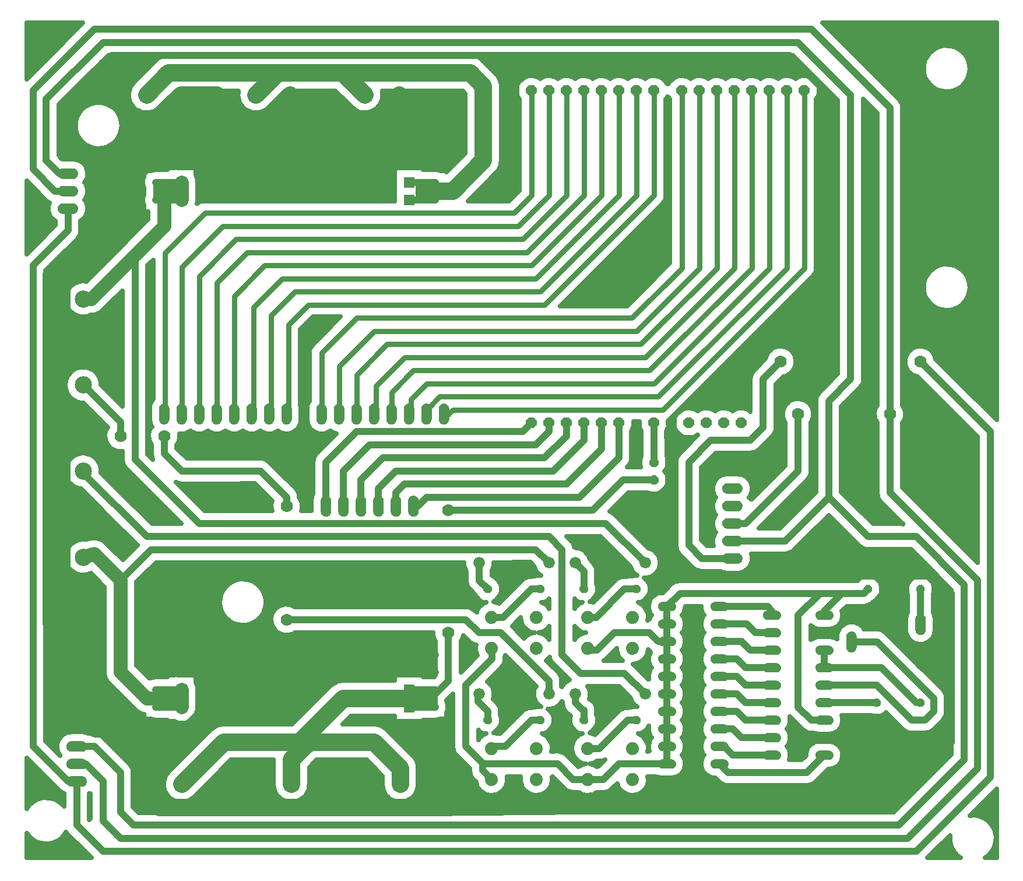
<source format=gbr>
G04 DipTrace 2.3.0.3*
%INBottom.gbr*%
%MOIN*%
%ADD13C,0.0984*%
%ADD14C,0.0394*%
%ADD15C,0.0315*%
%ADD16C,0.0787*%
%ADD17C,0.0591*%
%ADD18C,0.06*%
%ADD19C,0.025*%
%ADD23C,0.0984*%
%ADD26C,0.066*%
%ADD27C,0.074*%
%ADD30R,0.1266X0.1266*%
%ADD31R,0.0591X0.0591*%
%ADD32C,0.07*%
%FSLAX44Y44*%
G04*
G70*
G90*
G75*
G01*
%LNBottom*%
%LPD*%
X13187Y8530D2*
D13*
X15594Y10937D1*
X20486D1*
X19937D1*
X22437Y13437D1*
X27187D1*
X25687Y8530D2*
Y9437D1*
X24187Y10937D1*
X20486D1*
X19469Y8530D2*
Y9920D1*
X20486Y10937D1*
X40194Y25929D2*
D14*
X38429D1*
X36687Y24187D1*
X28437D1*
Y17187D2*
Y14437D1*
X27437Y13437D1*
X27187D1*
X26187Y12937D2*
X27687D1*
X27187Y13437D1*
X26187Y13937D2*
X27687D1*
X27187Y13437D1*
X23656Y47937D2*
D13*
X22405Y49187D1*
X18687D1*
X17437Y47937D1*
X11187D2*
X12437Y49187D1*
X18687D1*
X26187Y42937D2*
D14*
X27687D1*
X27187Y42437D1*
X26187Y41937D2*
X27687D1*
X27187Y42437D1*
D13*
X28687D1*
X30437Y44187D1*
Y48437D1*
X29687Y49187D1*
X22405D1*
X25437Y24437D2*
D14*
Y25187D1*
X25937Y25687D1*
X35187D1*
X37187Y27687D1*
Y29187D1*
X24437Y24437D2*
Y25437D1*
X25437Y26437D1*
X34437D1*
X36187Y28187D1*
Y29187D1*
X23437Y24437D2*
Y25937D1*
X24687Y27187D1*
X33937D1*
X35187Y28437D1*
Y29187D1*
X34187D2*
Y28687D1*
X33437Y27937D1*
X23937D1*
X22437Y26437D1*
Y24437D1*
X21437D2*
Y26937D1*
X23187Y28687D1*
X32687D1*
X33187Y29187D1*
X26437Y24437D2*
X26687D1*
X27187Y24937D1*
X35937D1*
X38187Y27187D1*
Y29187D1*
X33187Y48187D2*
D15*
Y42187D1*
X32187Y41187D1*
X14520D1*
X12239Y38906D1*
Y29687D1*
D14*
X12187D1*
X34187Y48187D2*
D15*
Y42187D1*
X32437Y40437D1*
X15532D1*
X13187Y38092D1*
Y29687D1*
X35187Y48187D2*
Y42187D1*
X32687Y39687D1*
X16306D1*
X14187Y37568D1*
Y29687D1*
X15187D2*
Y37187D1*
X16937Y38937D1*
X32937D1*
X36187Y42187D1*
Y48187D1*
X16187Y29687D2*
Y36437D1*
X17937Y38187D1*
X33187D1*
X37187Y42187D1*
Y48187D1*
X38187D2*
Y42187D1*
X33437Y37437D1*
X18937D1*
X17288Y35788D1*
Y29687D1*
D14*
X17187D1*
X39187Y48187D2*
D15*
Y42187D1*
X33687Y36687D1*
X19653D1*
X18288Y35322D1*
Y29687D1*
D14*
X18187D1*
X40187Y48187D2*
D15*
Y42187D1*
X33937Y35937D1*
X20427D1*
X19288Y34798D1*
Y29687D1*
D14*
X19187D1*
X21187D2*
D15*
Y33187D1*
X23187Y35187D1*
X38937D1*
X41787Y38037D1*
Y48187D1*
X22187Y29687D2*
Y32437D1*
X24187Y34437D1*
X39187D1*
X42787Y38037D1*
Y48187D1*
X23187Y29687D2*
Y31937D1*
X24937Y33687D1*
X39437D1*
X43787Y38037D1*
Y48187D1*
X44787D2*
Y38037D1*
X39687Y32937D1*
X25937D1*
X24288Y31288D1*
Y29687D1*
D14*
X24187D1*
X25187D2*
D15*
Y30937D1*
X26437Y32187D1*
X39937D1*
X45787Y38037D1*
Y48187D1*
X46787D2*
Y38037D1*
X40187Y31437D1*
X27187D1*
X26288Y30538D1*
Y29687D1*
D14*
X26187D1*
X47787Y48187D2*
D15*
Y38037D1*
X40437Y30687D1*
X27937D1*
X27288Y30038D1*
Y29687D1*
D14*
X27187D1*
X28187D2*
X28437D1*
D15*
X28687Y29937D1*
X40687D1*
X48787Y38037D1*
Y48187D1*
X11219Y8530D2*
D13*
Y7906D1*
X11937Y7187D1*
X16157D1*
X17500Y8530D1*
X23719D2*
X22375Y7187D1*
X16157D1*
X55437Y10187D2*
D14*
Y10754D1*
X52937D1*
X52504Y11187D1*
X49937D1*
X52937Y10754D2*
Y10187D1*
X12187Y44437D2*
D16*
X11687D1*
X8937Y41687D1*
Y39937D1*
X6437Y37437D1*
Y35437D1*
X7437Y34437D1*
X7562Y34303D1*
X12187Y44437D2*
D13*
X16931D1*
X27187D1*
X25624Y47937D2*
X24687Y46437D1*
X20905D1*
X19406Y47937D1*
X13156D2*
X15187D1*
X16687Y46437D1*
X20905D1*
X55437Y10187D2*
D14*
X56528D1*
X56785Y10480D1*
X57187Y10937D1*
Y19437D1*
X56187Y20437D1*
X54362D1*
X42197D1*
Y20677D1*
X41187Y21687D1*
Y29187D1*
X55437Y15687D2*
X53187Y17937D1*
X52937D1*
X51187D1*
X50437Y17187D1*
X49937D1*
X54362Y20437D2*
Y19362D1*
X52937Y17937D1*
X22375Y7187D2*
D13*
X27187D1*
X53524Y7489D1*
D14*
X56528Y10187D1*
X26187Y14937D2*
X27687D1*
X27187Y15437D1*
X26187Y15937D2*
X27687D1*
X27187Y15437D1*
X26187Y15937D2*
D17*
Y14937D1*
X13187D2*
D14*
X11687D1*
X12187Y15437D1*
X13187Y15937D2*
X11687D1*
X12187Y15437D1*
X13187Y43937D2*
X11687D1*
X12187Y44437D1*
X13187Y44937D2*
X11687D1*
X12187Y44437D1*
X26187Y43937D2*
X27687D1*
X27187Y44437D1*
X26187Y44937D2*
X27687D1*
X27187Y44437D1*
X7562Y29382D2*
D16*
X6437Y28257D1*
Y25437D1*
X7413Y24461D1*
D14*
X7562D1*
D16*
X6437Y23335D1*
Y20665D1*
X7562Y19539D1*
Y34303D2*
D14*
X7803D1*
X6437Y32937D1*
Y30507D1*
X7562Y29382D1*
X6687Y44437D2*
Y47687D1*
X9187Y50187D1*
X47937D1*
X50187Y47937D1*
Y33187D1*
X47437Y30437D1*
Y28687D1*
X45187Y26437D1*
X44687D1*
X7187Y11687D2*
Y15146D1*
Y15937D1*
X5437Y17687D1*
Y37687D1*
X7937Y40187D1*
Y44187D1*
X7687Y44437D1*
X6687D1*
X7562Y19539D2*
D16*
X8187Y18915D1*
Y16146D1*
D13*
X7187Y15146D1*
X16687Y46437D2*
X16931Y46193D1*
Y44437D1*
X11219Y8530D2*
Y9219D1*
X12038Y10038D1*
X17437Y15437D1*
X27187D1*
X12187D2*
X12937Y16187D1*
X16687D1*
X17437Y15437D1*
X7187Y11687D2*
D18*
X8275D1*
D13*
X10388D1*
X12038Y10038D1*
X6687Y41437D2*
D14*
Y40187D1*
X4687Y38187D1*
Y10687D1*
X6687Y8687D1*
X7187D1*
Y6187D1*
X8687Y4687D1*
X55187D1*
X59437Y8937D1*
Y28687D1*
X55437Y32687D1*
X47437D2*
X46437Y31687D1*
Y28937D1*
X45687Y28187D1*
X43437D1*
X42187Y26937D1*
Y22187D1*
X42937Y21437D1*
X44687D1*
X7187Y9687D2*
X7687D1*
X8687Y8687D1*
Y6437D1*
X9687Y5437D1*
X54687D1*
X58687Y9437D1*
Y20187D1*
X53687Y25187D1*
Y29687D1*
X48437D2*
Y26437D1*
X45437Y23437D1*
X44687D1*
X53687Y29687D2*
Y47187D1*
X49187Y51687D1*
X8187D1*
X4687Y48187D1*
Y43687D1*
X5937Y42437D1*
X6687D1*
Y43437D2*
X6187D1*
X5437Y44187D1*
Y47687D1*
X8687Y50937D1*
X48437D1*
X51437Y47937D1*
Y31687D1*
X50187Y30437D1*
Y24937D1*
X47687Y22437D1*
X44687D1*
X7187Y10687D2*
X8187D1*
X9687Y9187D1*
Y6937D1*
X10437Y6187D1*
X54187D1*
X57937Y9937D1*
Y19937D1*
X55187Y22687D1*
X52437D1*
X50187Y24937D1*
X7562Y21508D2*
D16*
X8187Y21687D1*
X9687Y20187D1*
Y14937D1*
X11187Y13437D1*
X12187D1*
X13187Y12937D2*
D14*
X11687D1*
X12187Y13437D1*
X13187Y13937D2*
X11687D1*
X12187Y13437D1*
X13187Y12937D2*
D16*
Y13937D1*
X34187Y21187D2*
D14*
X33437Y21937D1*
X11437D1*
X9687Y20187D1*
X13187Y41937D2*
X11687D1*
X12187Y42437D1*
X13187Y42937D2*
X11687D1*
X12187Y42437D1*
X13187Y42937D2*
D16*
Y41937D1*
X7562Y36272D2*
X8022D1*
X10525Y38775D1*
X12187Y40437D1*
Y42437D1*
X10525Y38775D2*
D14*
Y27099D1*
X14187Y23437D1*
X37437D1*
X39687Y21187D1*
X40194Y26929D2*
Y27844D1*
X40187Y27850D1*
Y29187D1*
X7562Y26429D2*
Y26312D1*
X11187Y22687D1*
X34187D1*
X34937Y21937D1*
Y15937D1*
X36007Y14867D1*
X38507D1*
X39687Y13687D1*
X30187D2*
X30120Y13620D1*
Y13254D1*
X30687Y12687D1*
Y12187D1*
X35687Y13687D2*
Y13187D1*
X36120Y12754D1*
X36187D1*
Y12187D1*
Y19687D2*
Y20687D1*
X35687Y21187D1*
X30187D2*
X30205Y21076D1*
Y20169D1*
X30687Y19687D1*
X30907Y10577D2*
X31017Y10687D1*
X31687D1*
X33187Y12187D1*
X33687D1*
X39187D2*
X38687D1*
X37077Y10577D1*
X36407D1*
X39187Y19687D2*
X38518D1*
X36908Y18077D1*
X36407D1*
X30907D2*
X31577D1*
X33187Y19687D1*
X33687D1*
X49937Y14187D2*
X52937D1*
X54937Y12187D1*
X55687D1*
X56187Y12687D1*
Y13437D1*
X52953Y16671D1*
X51500D1*
X43937Y9687D2*
X44437Y9187D1*
X48937D1*
X49937Y10187D1*
X43937Y10687D2*
X44187D1*
X44687Y10187D1*
X46937D1*
X43937Y11687D2*
X44687D1*
X45187Y11187D1*
X46937D1*
X43937Y12687D2*
X44937D1*
X45437Y12187D1*
X46937D1*
Y13187D2*
X45437D1*
X44937Y13687D1*
X43937D1*
Y14687D2*
X44937D1*
X45437Y14187D1*
X46937D1*
X43937Y15687D2*
X44937D1*
X45437Y15187D1*
X46937D1*
Y17187D2*
X45989D1*
X45488Y17687D1*
X43937D1*
X46937Y18187D2*
Y18437D1*
X46687Y18687D1*
X44780D1*
X43937D1*
X49937Y16187D2*
Y15187D1*
X53187D1*
X55187Y13187D1*
X55437D1*
X49937D2*
X52937D1*
X55437Y17656D2*
Y19687D1*
X52437D2*
X52187Y19437D1*
X50937D1*
X49937Y18437D1*
Y18187D1*
X36407Y8797D2*
X35577D1*
X34687Y9687D1*
X30437D1*
X30388Y9736D1*
X29437Y10687D1*
Y14187D1*
X30937Y15687D1*
X30907Y16297D1*
Y8797D2*
X30388Y9316D1*
Y9736D1*
X49937Y12187D2*
X49187D1*
X48437Y12937D1*
Y18187D1*
X49687Y19437D1*
X50937D1*
X49687D2*
X41687D1*
X40937Y18687D1*
Y17687D2*
Y16338D1*
Y15310D1*
Y14199D1*
Y13170D1*
Y12143D1*
Y11138D1*
Y10140D1*
Y9687D1*
Y17687D2*
Y18687D1*
X36407Y8797D2*
X37297D1*
X38187Y9687D1*
X40937D1*
Y15687D2*
Y15310D1*
Y14687D2*
Y14199D1*
Y13687D2*
Y13170D1*
Y12687D2*
Y12143D1*
Y11687D2*
Y11138D1*
Y10687D2*
Y10140D1*
Y16687D2*
Y16338D1*
Y16687D2*
X40437D1*
X39937Y17187D1*
X37937D1*
X36937Y16187D1*
X36517D1*
X36407Y16297D1*
X43937Y16687D2*
X45187D1*
X45687Y16187D1*
X46937D1*
X7562Y31350D2*
X9687Y29226D1*
Y28437D1*
X12187D2*
Y27437D1*
X13187Y26437D1*
X17687D1*
X19187Y24937D1*
Y24437D1*
Y17937D2*
X29437D1*
X30187Y17187D1*
X31437D1*
X34187Y14437D1*
Y13687D1*
D32*
X28437Y24187D3*
Y17187D3*
X55437Y32687D3*
X47437D3*
X53687Y29687D3*
X48437D3*
X9687Y28437D3*
X12187D3*
X19187Y24437D3*
Y17937D3*
X4347Y51803D2*
D19*
X7252D1*
X50122D2*
X59775D1*
X4347Y51555D2*
X7006D1*
X50368D2*
X59775D1*
X4347Y51306D2*
X6756D1*
X50618D2*
X59775D1*
X4347Y51057D2*
X6506D1*
X50868D2*
X59775D1*
X4347Y50809D2*
X6260D1*
X51114D2*
X59775D1*
X4347Y50560D2*
X6010D1*
X51364D2*
X56225D1*
X57650D2*
X59775D1*
X4347Y50311D2*
X5760D1*
X51614D2*
X55928D1*
X57946D2*
X59775D1*
X4347Y50063D2*
X5514D1*
X8864D2*
X11889D1*
X30236D2*
X48260D1*
X51861D2*
X55756D1*
X58118D2*
X59775D1*
X4347Y49814D2*
X5264D1*
X8614D2*
X11596D1*
X30528D2*
X48510D1*
X52111D2*
X55650D1*
X58224D2*
X59775D1*
X4347Y49565D2*
X5014D1*
X8364D2*
X11346D1*
X30778D2*
X48760D1*
X52361D2*
X55603D1*
X58271D2*
X59775D1*
X4347Y49317D2*
X4768D1*
X8118D2*
X11100D1*
X31025D2*
X49006D1*
X52607D2*
X55603D1*
X58271D2*
X59775D1*
X4347Y49068D2*
X4518D1*
X7868D2*
X10850D1*
X31263D2*
X49256D1*
X52857D2*
X55650D1*
X58224D2*
X59775D1*
X7618Y48819D2*
X10600D1*
X31407D2*
X32615D1*
X40759D2*
X41217D1*
X49357D2*
X49506D1*
X53107D2*
X55752D1*
X58122D2*
X59775D1*
X7372Y48571D2*
X10361D1*
X31474D2*
X32396D1*
X49579D2*
X49752D1*
X53353D2*
X55920D1*
X57954D2*
X59775D1*
X7122Y48322D2*
X10217D1*
X31482D2*
X32330D1*
X49646D2*
X50002D1*
X53603D2*
X56213D1*
X57661D2*
X59775D1*
X6872Y48073D2*
X10150D1*
X12790D2*
X16400D1*
X19040D2*
X22053D1*
X24693D2*
X29334D1*
X31482D2*
X32330D1*
X49646D2*
X50248D1*
X53853D2*
X59775D1*
X6626Y47824D2*
X10146D1*
X12544D2*
X16396D1*
X18794D2*
X22299D1*
X24696D2*
X29393D1*
X31482D2*
X32385D1*
X49591D2*
X50498D1*
X54099D2*
X59775D1*
X6376Y47576D2*
X10209D1*
X12294D2*
X16459D1*
X18544D2*
X22549D1*
X24634D2*
X29393D1*
X31482D2*
X32475D1*
X40900D2*
X41076D1*
X49497D2*
X50686D1*
X54325D2*
X59775D1*
X6189Y47327D2*
X7756D1*
X9118D2*
X10342D1*
X12044D2*
X16592D1*
X18294D2*
X22795D1*
X24497D2*
X29393D1*
X31482D2*
X32475D1*
X40900D2*
X41076D1*
X49497D2*
X50686D1*
X52189D2*
X52494D1*
X54423D2*
X59775D1*
X6189Y47078D2*
X7443D1*
X9431D2*
X10611D1*
X11763D2*
X16861D1*
X18013D2*
X23080D1*
X24232D2*
X29393D1*
X31482D2*
X32475D1*
X40900D2*
X41076D1*
X49497D2*
X50686D1*
X52189D2*
X52744D1*
X54439D2*
X59775D1*
X6189Y46830D2*
X7264D1*
X9611D2*
X29393D1*
X31482D2*
X32475D1*
X40900D2*
X41076D1*
X49497D2*
X50686D1*
X52189D2*
X52936D1*
X54439D2*
X59775D1*
X6189Y46581D2*
X7158D1*
X9716D2*
X29393D1*
X31482D2*
X32475D1*
X40900D2*
X41076D1*
X49497D2*
X50686D1*
X52189D2*
X52936D1*
X54439D2*
X59775D1*
X6189Y46332D2*
X7103D1*
X9771D2*
X29393D1*
X31482D2*
X32475D1*
X40900D2*
X41076D1*
X49497D2*
X50686D1*
X52189D2*
X52936D1*
X54439D2*
X59775D1*
X6189Y46084D2*
X7100D1*
X9775D2*
X29393D1*
X31482D2*
X32475D1*
X40900D2*
X41076D1*
X49497D2*
X50686D1*
X52189D2*
X52936D1*
X54439D2*
X59775D1*
X6189Y45835D2*
X7143D1*
X9732D2*
X29393D1*
X31482D2*
X32475D1*
X40900D2*
X41076D1*
X49497D2*
X50686D1*
X52189D2*
X52936D1*
X54439D2*
X59775D1*
X6189Y45586D2*
X7240D1*
X9634D2*
X29393D1*
X31482D2*
X32475D1*
X40900D2*
X41076D1*
X49497D2*
X50686D1*
X52189D2*
X52936D1*
X54439D2*
X59775D1*
X6189Y45338D2*
X7408D1*
X9466D2*
X29393D1*
X31482D2*
X32475D1*
X40900D2*
X41076D1*
X49497D2*
X50686D1*
X52189D2*
X52936D1*
X54439D2*
X59775D1*
X6189Y45089D2*
X7686D1*
X9189D2*
X29393D1*
X31482D2*
X32475D1*
X40900D2*
X41076D1*
X49497D2*
X50686D1*
X52189D2*
X52936D1*
X54439D2*
X59775D1*
X6189Y44840D2*
X29393D1*
X31482D2*
X32475D1*
X40900D2*
X41076D1*
X49497D2*
X50686D1*
X52189D2*
X52936D1*
X54439D2*
X59775D1*
X6189Y44592D2*
X29373D1*
X31482D2*
X32475D1*
X40900D2*
X41076D1*
X49497D2*
X50686D1*
X52189D2*
X52936D1*
X54439D2*
X59775D1*
X6333Y44343D2*
X29123D1*
X31482D2*
X32475D1*
X40900D2*
X41076D1*
X49497D2*
X50686D1*
X52189D2*
X52936D1*
X54439D2*
X59775D1*
X7517Y44094D2*
X28877D1*
X31478D2*
X32475D1*
X40900D2*
X41076D1*
X49497D2*
X50686D1*
X52189D2*
X52936D1*
X54439D2*
X59775D1*
X7732Y43845D2*
X13002D1*
X13372D2*
X28627D1*
X31423D2*
X32475D1*
X40900D2*
X41076D1*
X49497D2*
X50686D1*
X52189D2*
X52936D1*
X54439D2*
X59775D1*
X7825Y43597D2*
X11002D1*
X14036D2*
X25338D1*
X31294D2*
X32475D1*
X40900D2*
X41076D1*
X49497D2*
X50686D1*
X52189D2*
X52936D1*
X54439D2*
X59775D1*
X7833Y43348D2*
X11002D1*
X14036D2*
X25338D1*
X31068D2*
X32475D1*
X40900D2*
X41076D1*
X49497D2*
X50686D1*
X52189D2*
X52936D1*
X54439D2*
X59775D1*
X7767Y43099D2*
X10955D1*
X14118D2*
X25338D1*
X30818D2*
X32475D1*
X40900D2*
X41076D1*
X49497D2*
X50686D1*
X52189D2*
X52936D1*
X54439D2*
X59775D1*
X4347Y42851D2*
X4471D1*
X7732D2*
X10943D1*
X14134D2*
X25338D1*
X30568D2*
X32475D1*
X40900D2*
X41076D1*
X49497D2*
X50686D1*
X52189D2*
X52936D1*
X54439D2*
X59775D1*
X4347Y42602D2*
X4721D1*
X7825D2*
X11002D1*
X14134D2*
X25338D1*
X30321D2*
X32475D1*
X40900D2*
X41076D1*
X49497D2*
X50686D1*
X52189D2*
X52936D1*
X54439D2*
X59775D1*
X4347Y42353D2*
X4971D1*
X7837D2*
X11002D1*
X14134D2*
X25338D1*
X30071D2*
X32357D1*
X40900D2*
X41076D1*
X49497D2*
X50686D1*
X52189D2*
X52936D1*
X54439D2*
X59775D1*
X4347Y42105D2*
X5217D1*
X7767D2*
X10955D1*
X14134D2*
X25338D1*
X29821D2*
X32111D1*
X40892D2*
X41076D1*
X49497D2*
X50686D1*
X52189D2*
X52936D1*
X54439D2*
X59775D1*
X4347Y41856D2*
X5478D1*
X7728D2*
X10939D1*
X14130D2*
X14342D1*
X40814D2*
X41076D1*
X49497D2*
X50686D1*
X52189D2*
X52936D1*
X54439D2*
X59775D1*
X4347Y41607D2*
X5553D1*
X7821D2*
X11002D1*
X40603D2*
X41076D1*
X49497D2*
X50686D1*
X52189D2*
X52936D1*
X54439D2*
X59775D1*
X4347Y41359D2*
X5537D1*
X7837D2*
X11002D1*
X40353D2*
X41076D1*
X49497D2*
X50686D1*
X52189D2*
X52936D1*
X54439D2*
X59775D1*
X4347Y41110D2*
X5603D1*
X7771D2*
X11240D1*
X40107D2*
X41076D1*
X49497D2*
X50686D1*
X52189D2*
X52936D1*
X54439D2*
X59775D1*
X4347Y40861D2*
X5771D1*
X7603D2*
X11240D1*
X39857D2*
X41076D1*
X49497D2*
X50686D1*
X52189D2*
X52936D1*
X54439D2*
X59775D1*
X4347Y40613D2*
X5936D1*
X7439D2*
X11033D1*
X39607D2*
X41076D1*
X49497D2*
X50686D1*
X52189D2*
X52936D1*
X54439D2*
X59775D1*
X4347Y40364D2*
X5814D1*
X7439D2*
X10783D1*
X39361D2*
X41076D1*
X49497D2*
X50686D1*
X52189D2*
X52936D1*
X54439D2*
X59775D1*
X4347Y40115D2*
X5564D1*
X7435D2*
X10537D1*
X39111D2*
X41076D1*
X49497D2*
X50686D1*
X52189D2*
X52936D1*
X54439D2*
X59775D1*
X4347Y39866D2*
X5314D1*
X7364D2*
X10287D1*
X38861D2*
X41076D1*
X49497D2*
X50686D1*
X52189D2*
X52936D1*
X54439D2*
X59775D1*
X4347Y39618D2*
X5068D1*
X7169D2*
X10037D1*
X38614D2*
X41076D1*
X49497D2*
X50686D1*
X52189D2*
X52936D1*
X54439D2*
X59775D1*
X4347Y39369D2*
X4818D1*
X6919D2*
X9791D1*
X38364D2*
X41076D1*
X49497D2*
X50686D1*
X52189D2*
X52936D1*
X54439D2*
X59775D1*
X4347Y39120D2*
X4568D1*
X6673D2*
X9541D1*
X38114D2*
X41076D1*
X49497D2*
X50686D1*
X52189D2*
X52936D1*
X54439D2*
X59775D1*
X6423Y38872D2*
X9291D1*
X37868D2*
X41076D1*
X49497D2*
X50686D1*
X52189D2*
X52936D1*
X54439D2*
X59775D1*
X6173Y38623D2*
X9045D1*
X37618D2*
X41076D1*
X49497D2*
X50686D1*
X52189D2*
X52936D1*
X54439D2*
X59775D1*
X5927Y38374D2*
X8795D1*
X37368D2*
X41076D1*
X49497D2*
X50686D1*
X52189D2*
X52936D1*
X54439D2*
X59775D1*
X5677Y38126D2*
X8545D1*
X11275D2*
X11529D1*
X37122D2*
X40881D1*
X49497D2*
X50686D1*
X52189D2*
X52936D1*
X54439D2*
X56346D1*
X57528D2*
X59775D1*
X5439Y37877D2*
X8299D1*
X11275D2*
X11529D1*
X36872D2*
X40631D1*
X49478D2*
X50686D1*
X52189D2*
X52936D1*
X54439D2*
X55990D1*
X57884D2*
X59775D1*
X5439Y37628D2*
X8049D1*
X11275D2*
X11529D1*
X36622D2*
X40385D1*
X49364D2*
X50686D1*
X52189D2*
X52936D1*
X54439D2*
X55791D1*
X58083D2*
X59775D1*
X5439Y37380D2*
X7799D1*
X11275D2*
X11529D1*
X36376D2*
X40135D1*
X49126D2*
X50686D1*
X52189D2*
X52936D1*
X54439D2*
X55674D1*
X58200D2*
X59775D1*
X5439Y37131D2*
X6986D1*
X11275D2*
X11529D1*
X36126D2*
X39885D1*
X48876D2*
X50686D1*
X52189D2*
X52936D1*
X54439D2*
X55611D1*
X58263D2*
X59775D1*
X5439Y36882D2*
X6721D1*
X11275D2*
X11529D1*
X35876D2*
X39639D1*
X48626D2*
X50686D1*
X52189D2*
X52936D1*
X54439D2*
X55596D1*
X58278D2*
X59775D1*
X5439Y36634D2*
X6584D1*
X11275D2*
X11529D1*
X35630D2*
X39389D1*
X48380D2*
X50686D1*
X52189D2*
X52936D1*
X54439D2*
X55631D1*
X58243D2*
X59775D1*
X5439Y36385D2*
X6521D1*
X9466D2*
X9775D1*
X11275D2*
X11529D1*
X35380D2*
X39139D1*
X48130D2*
X50686D1*
X52189D2*
X52936D1*
X54439D2*
X55717D1*
X58157D2*
X59775D1*
X5439Y36136D2*
X6525D1*
X9216D2*
X9775D1*
X11275D2*
X11529D1*
X35130D2*
X38893D1*
X47880D2*
X50686D1*
X52189D2*
X52936D1*
X54439D2*
X55869D1*
X58005D2*
X59775D1*
X5439Y35887D2*
X6592D1*
X8966D2*
X9775D1*
X11275D2*
X11529D1*
X34884D2*
X38643D1*
X47634D2*
X50686D1*
X52189D2*
X52936D1*
X54439D2*
X56119D1*
X57755D2*
X59775D1*
X5439Y35639D2*
X6736D1*
X8720D2*
X9775D1*
X11275D2*
X11529D1*
X47384D2*
X50686D1*
X52189D2*
X52936D1*
X54439D2*
X56697D1*
X57177D2*
X59775D1*
X5439Y35390D2*
X7021D1*
X8318D2*
X9775D1*
X11275D2*
X11529D1*
X47134D2*
X50686D1*
X52189D2*
X52936D1*
X54439D2*
X59775D1*
X5439Y35141D2*
X9775D1*
X11275D2*
X11529D1*
X20626D2*
X22146D1*
X46888D2*
X50686D1*
X52189D2*
X52936D1*
X54439D2*
X59775D1*
X5439Y34893D2*
X9775D1*
X11275D2*
X11529D1*
X20376D2*
X21896D1*
X46638D2*
X50686D1*
X52189D2*
X52936D1*
X54439D2*
X59775D1*
X5439Y34644D2*
X9775D1*
X11275D2*
X11529D1*
X20130D2*
X21650D1*
X46388D2*
X50686D1*
X52189D2*
X52936D1*
X54439D2*
X59775D1*
X5439Y34395D2*
X9775D1*
X11275D2*
X11529D1*
X19997D2*
X21400D1*
X46142D2*
X50686D1*
X52189D2*
X52936D1*
X54439D2*
X59775D1*
X5439Y34147D2*
X9775D1*
X11275D2*
X11529D1*
X19997D2*
X21150D1*
X45892D2*
X50686D1*
X52189D2*
X52936D1*
X54439D2*
X59775D1*
X5439Y33898D2*
X9775D1*
X11275D2*
X11529D1*
X19997D2*
X20904D1*
X45642D2*
X50686D1*
X52189D2*
X52936D1*
X54439D2*
X59775D1*
X5439Y33649D2*
X9775D1*
X11275D2*
X11529D1*
X19997D2*
X20654D1*
X45396D2*
X50686D1*
X52189D2*
X52936D1*
X54439D2*
X59775D1*
X5439Y33401D2*
X9775D1*
X11275D2*
X11529D1*
X19997D2*
X20510D1*
X45146D2*
X46900D1*
X47974D2*
X50686D1*
X52189D2*
X52936D1*
X54439D2*
X54900D1*
X55974D2*
X59775D1*
X5439Y33152D2*
X9775D1*
X11275D2*
X11529D1*
X19997D2*
X20475D1*
X44896D2*
X46666D1*
X48208D2*
X50686D1*
X52189D2*
X52936D1*
X54439D2*
X54666D1*
X56208D2*
X59775D1*
X5439Y32903D2*
X9775D1*
X11275D2*
X11529D1*
X19997D2*
X20475D1*
X44650D2*
X46561D1*
X48314D2*
X50686D1*
X52189D2*
X52936D1*
X54439D2*
X54561D1*
X56314D2*
X59775D1*
X5439Y32655D2*
X9775D1*
X11275D2*
X11529D1*
X19997D2*
X20475D1*
X44400D2*
X46353D1*
X48341D2*
X50686D1*
X52189D2*
X52936D1*
X54439D2*
X54534D1*
X56521D2*
X59775D1*
X5439Y32406D2*
X9775D1*
X11275D2*
X11529D1*
X19997D2*
X20475D1*
X44150D2*
X46103D1*
X48294D2*
X50686D1*
X52189D2*
X52936D1*
X54439D2*
X54580D1*
X56771D2*
X59775D1*
X5439Y32157D2*
X6912D1*
X8212D2*
X9775D1*
X11275D2*
X11529D1*
X19997D2*
X20475D1*
X43903D2*
X45861D1*
X48161D2*
X50686D1*
X52189D2*
X52936D1*
X54439D2*
X54713D1*
X57017D2*
X59775D1*
X5439Y31908D2*
X6682D1*
X8443D2*
X9775D1*
X11275D2*
X11529D1*
X19997D2*
X20475D1*
X43653D2*
X45721D1*
X47868D2*
X50607D1*
X52189D2*
X52936D1*
X54439D2*
X55006D1*
X57267D2*
X59775D1*
X5439Y31660D2*
X6564D1*
X8560D2*
X9775D1*
X11275D2*
X11529D1*
X19997D2*
X20475D1*
X43403D2*
X45686D1*
X47462D2*
X50357D1*
X52189D2*
X52936D1*
X54439D2*
X55412D1*
X57517D2*
X59775D1*
X5439Y31411D2*
X6518D1*
X8607D2*
X9775D1*
X11275D2*
X11529D1*
X19997D2*
X20475D1*
X43157D2*
X45686D1*
X47212D2*
X50111D1*
X52134D2*
X52936D1*
X54439D2*
X55662D1*
X57763D2*
X59775D1*
X5439Y31162D2*
X6533D1*
X8802D2*
X9775D1*
X11275D2*
X11529D1*
X19997D2*
X20475D1*
X42907D2*
X45686D1*
X47189D2*
X49861D1*
X51962D2*
X52936D1*
X54439D2*
X55912D1*
X58013D2*
X59775D1*
X5439Y30914D2*
X6615D1*
X9048D2*
X9775D1*
X11275D2*
X11529D1*
X19997D2*
X20475D1*
X42657D2*
X45686D1*
X47189D2*
X49615D1*
X51716D2*
X52936D1*
X54439D2*
X56158D1*
X58263D2*
X59775D1*
X5439Y30665D2*
X6779D1*
X9298D2*
X9775D1*
X11275D2*
X11529D1*
X19997D2*
X20475D1*
X42411D2*
X45686D1*
X47189D2*
X49475D1*
X51466D2*
X52936D1*
X54439D2*
X56408D1*
X58509D2*
X59775D1*
X5439Y30416D2*
X7127D1*
X9548D2*
X9775D1*
X11275D2*
X11459D1*
X19997D2*
X20459D1*
X42161D2*
X45686D1*
X47189D2*
X47924D1*
X48950D2*
X49436D1*
X51216D2*
X52936D1*
X54439D2*
X56658D1*
X58759D2*
X59775D1*
X5439Y30168D2*
X7693D1*
X11275D2*
X11357D1*
X20017D2*
X20357D1*
X41911D2*
X45686D1*
X47189D2*
X47678D1*
X49196D2*
X49436D1*
X50970D2*
X52928D1*
X54446D2*
X56904D1*
X59009D2*
X59775D1*
X5439Y29919D2*
X7943D1*
X20040D2*
X20334D1*
X42650D2*
X42726D1*
X43650D2*
X43726D1*
X44650D2*
X44726D1*
X47189D2*
X47564D1*
X49310D2*
X49436D1*
X50939D2*
X52814D1*
X54560D2*
X57154D1*
X59255D2*
X59775D1*
X5439Y29670D2*
X8193D1*
X20040D2*
X20334D1*
X47189D2*
X47533D1*
X49341D2*
X49436D1*
X50939D2*
X52783D1*
X54591D2*
X57404D1*
X59505D2*
X59775D1*
X5439Y29422D2*
X8439D1*
X20040D2*
X20334D1*
X41165D2*
X41342D1*
X47189D2*
X47576D1*
X49298D2*
X49436D1*
X50939D2*
X52826D1*
X54548D2*
X57650D1*
X5439Y29173D2*
X8689D1*
X11275D2*
X11363D1*
X20009D2*
X20365D1*
X39044D2*
X39330D1*
X41044D2*
X41330D1*
X47189D2*
X47686D1*
X49189D2*
X49436D1*
X50939D2*
X52936D1*
X54439D2*
X57900D1*
X5439Y28924D2*
X8932D1*
X11275D2*
X11432D1*
X19896D2*
X20478D1*
X39028D2*
X39346D1*
X41028D2*
X41346D1*
X47189D2*
X47686D1*
X49189D2*
X49436D1*
X50939D2*
X52936D1*
X54439D2*
X58150D1*
X5439Y28676D2*
X8818D1*
X13638D2*
X13735D1*
X14638D2*
X14735D1*
X15638D2*
X15735D1*
X16638D2*
X16735D1*
X17638D2*
X17735D1*
X18638D2*
X18735D1*
X19638D2*
X20736D1*
X21638D2*
X21735D1*
X38939D2*
X39436D1*
X40939D2*
X41494D1*
X47138D2*
X47686D1*
X49189D2*
X49436D1*
X50939D2*
X52936D1*
X54439D2*
X58396D1*
X5439Y28427D2*
X8783D1*
X13091D2*
X21877D1*
X38939D2*
X39436D1*
X40939D2*
X41768D1*
X46978D2*
X47686D1*
X49189D2*
X49436D1*
X50939D2*
X52936D1*
X54439D2*
X58646D1*
X5439Y28178D2*
X8822D1*
X13052D2*
X21627D1*
X38939D2*
X39436D1*
X40939D2*
X42377D1*
X46728D2*
X47686D1*
X49189D2*
X49436D1*
X50939D2*
X52936D1*
X54439D2*
X58686D1*
X5439Y27929D2*
X8943D1*
X11275D2*
X11436D1*
X12939D2*
X21377D1*
X38939D2*
X39436D1*
X40939D2*
X42127D1*
X46482D2*
X47686D1*
X49189D2*
X49436D1*
X50939D2*
X52936D1*
X54439D2*
X58686D1*
X5439Y27681D2*
X9213D1*
X11275D2*
X11436D1*
X12993D2*
X21131D1*
X38939D2*
X39443D1*
X40943D2*
X41881D1*
X46232D2*
X47686D1*
X49189D2*
X49436D1*
X50939D2*
X52936D1*
X54439D2*
X58686D1*
X5439Y27432D2*
X7350D1*
X7778D2*
X9775D1*
X11275D2*
X11436D1*
X13243D2*
X20881D1*
X38939D2*
X39443D1*
X40943D2*
X41631D1*
X43732D2*
X47686D1*
X49189D2*
X49436D1*
X50939D2*
X52936D1*
X54439D2*
X58686D1*
X5439Y27183D2*
X6850D1*
X8275D2*
X9775D1*
X13493D2*
X20728D1*
X38939D2*
X39404D1*
X40986D2*
X41478D1*
X43486D2*
X47686D1*
X49189D2*
X49436D1*
X50939D2*
X52936D1*
X54439D2*
X58686D1*
X5439Y26935D2*
X6650D1*
X8474D2*
X9795D1*
X18239D2*
X20686D1*
X38892D2*
X39381D1*
X41005D2*
X41436D1*
X43236D2*
X47686D1*
X49189D2*
X49436D1*
X50939D2*
X52936D1*
X54439D2*
X58686D1*
X5439Y26686D2*
X6549D1*
X8575D2*
X9904D1*
X18489D2*
X20686D1*
X38736D2*
X39400D1*
X40989D2*
X41436D1*
X42986D2*
X47635D1*
X49189D2*
X49436D1*
X50939D2*
X52936D1*
X54439D2*
X58686D1*
X5439Y26437D2*
X6518D1*
X8607D2*
X10135D1*
X18739D2*
X20686D1*
X40841D2*
X41436D1*
X42939D2*
X47385D1*
X49189D2*
X49436D1*
X50939D2*
X52936D1*
X54439D2*
X58686D1*
X5439Y26189D2*
X6545D1*
X8736D2*
X10385D1*
X18986D2*
X20686D1*
X40982D2*
X41436D1*
X42939D2*
X44018D1*
X45357D2*
X47139D1*
X49142D2*
X49436D1*
X50939D2*
X52936D1*
X54439D2*
X58686D1*
X5439Y25940D2*
X6643D1*
X8986D2*
X10635D1*
X19236D2*
X20686D1*
X41005D2*
X41436D1*
X42939D2*
X43709D1*
X45665D2*
X46889D1*
X48989D2*
X49436D1*
X50939D2*
X52936D1*
X54439D2*
X58686D1*
X5439Y25691D2*
X6834D1*
X9236D2*
X10881D1*
X12986D2*
X17381D1*
X19486D2*
X20686D1*
X40989D2*
X41436D1*
X42939D2*
X43576D1*
X45798D2*
X46639D1*
X48743D2*
X49436D1*
X50939D2*
X52936D1*
X54439D2*
X58686D1*
X5439Y25443D2*
X7275D1*
X9482D2*
X11131D1*
X13232D2*
X17631D1*
X19732D2*
X20686D1*
X40845D2*
X41436D1*
X42939D2*
X43537D1*
X45837D2*
X46393D1*
X48493D2*
X49436D1*
X50939D2*
X52936D1*
X54482D2*
X58686D1*
X5439Y25194D2*
X7631D1*
X9732D2*
X11381D1*
X13482D2*
X17881D1*
X19892D2*
X20686D1*
X38743D2*
X39830D1*
X40556D2*
X41436D1*
X42939D2*
X43572D1*
X45802D2*
X46143D1*
X48243D2*
X49393D1*
X50982D2*
X52936D1*
X54732D2*
X58686D1*
X5439Y24945D2*
X7877D1*
X9982D2*
X11627D1*
X13732D2*
X18127D1*
X19939D2*
X20611D1*
X38497D2*
X41436D1*
X42939D2*
X43697D1*
X45673D2*
X45893D1*
X47997D2*
X49143D1*
X51232D2*
X52978D1*
X54982D2*
X58686D1*
X5439Y24697D2*
X8127D1*
X10228D2*
X11877D1*
X13978D2*
X18322D1*
X20052D2*
X20584D1*
X38247D2*
X41436D1*
X42939D2*
X43580D1*
X47747D2*
X48896D1*
X51478D2*
X53127D1*
X55228D2*
X58686D1*
X5439Y24448D2*
X8377D1*
X10478D2*
X12127D1*
X14228D2*
X18283D1*
X20091D2*
X20584D1*
X37997D2*
X41436D1*
X42939D2*
X43537D1*
X47497D2*
X48646D1*
X51728D2*
X53377D1*
X55478D2*
X58686D1*
X5439Y24199D2*
X8623D1*
X10728D2*
X12373D1*
X14478D2*
X18314D1*
X20056D2*
X20584D1*
X37751D2*
X41436D1*
X42939D2*
X43572D1*
X47251D2*
X48396D1*
X51978D2*
X53623D1*
X55728D2*
X58686D1*
X5439Y23950D2*
X8873D1*
X10974D2*
X12623D1*
X37974D2*
X41436D1*
X42939D2*
X43693D1*
X47001D2*
X48150D1*
X52224D2*
X53873D1*
X55974D2*
X58686D1*
X5439Y23702D2*
X9123D1*
X11224D2*
X12873D1*
X38224D2*
X41436D1*
X42939D2*
X43580D1*
X46751D2*
X47900D1*
X50001D2*
X50373D1*
X52474D2*
X54123D1*
X56224D2*
X58686D1*
X5439Y23453D2*
X9369D1*
X11470D2*
X13119D1*
X38470D2*
X41436D1*
X42939D2*
X43537D1*
X46505D2*
X47650D1*
X49755D2*
X50619D1*
X52720D2*
X54369D1*
X56470D2*
X58686D1*
X5439Y23204D2*
X9619D1*
X38720D2*
X41436D1*
X42939D2*
X43568D1*
X46255D2*
X47404D1*
X49505D2*
X50869D1*
X56720D2*
X58686D1*
X5439Y22956D2*
X9869D1*
X38970D2*
X41436D1*
X42939D2*
X43689D1*
X49255D2*
X51119D1*
X56970D2*
X58686D1*
X5439Y22707D2*
X10115D1*
X35216D2*
X37115D1*
X39216D2*
X41436D1*
X42939D2*
X43584D1*
X49009D2*
X51365D1*
X57216D2*
X58686D1*
X5439Y22458D2*
X7166D1*
X8716D2*
X10365D1*
X35466D2*
X37365D1*
X39466D2*
X41436D1*
X42966D2*
X43537D1*
X48759D2*
X51615D1*
X57466D2*
X58686D1*
X5439Y22210D2*
X6795D1*
X8993D2*
X10615D1*
X35634D2*
X37615D1*
X39716D2*
X41436D1*
X43216D2*
X43568D1*
X48509D2*
X51865D1*
X57716D2*
X58686D1*
X5439Y21961D2*
X6623D1*
X9243D2*
X10408D1*
X36083D2*
X37861D1*
X40083D2*
X41475D1*
X48263D2*
X54861D1*
X57962D2*
X58686D1*
X5439Y21712D2*
X6537D1*
X9489D2*
X10162D1*
X36392D2*
X38111D1*
X40392D2*
X41615D1*
X47743D2*
X55111D1*
X58212D2*
X58686D1*
X5439Y21464D2*
X6518D1*
X9739D2*
X9911D1*
X36525D2*
X38361D1*
X40525D2*
X41861D1*
X45837D2*
X55361D1*
X58462D2*
X58686D1*
X5439Y21215D2*
X6561D1*
X36708D2*
X38607D1*
X40571D2*
X42107D1*
X45810D2*
X55607D1*
X5439Y20966D2*
X6674D1*
X11517D2*
X29334D1*
X31040D2*
X33334D1*
X36880D2*
X38834D1*
X40540D2*
X42357D1*
X45693D2*
X55857D1*
X5439Y20718D2*
X6893D1*
X11267D2*
X29443D1*
X30954D2*
X33443D1*
X36939D2*
X38943D1*
X40431D2*
X42818D1*
X45415D2*
X56107D1*
X5439Y20469D2*
X8076D1*
X11021D2*
X29455D1*
X30954D2*
X33693D1*
X36939D2*
X39193D1*
X40181D2*
X56353D1*
X5439Y20220D2*
X8326D1*
X10771D2*
X16369D1*
X17005D2*
X29455D1*
X31267D2*
X32670D1*
X36939D2*
X38002D1*
X39767D2*
X51857D1*
X53017D2*
X54857D1*
X56017D2*
X56603D1*
X5439Y19971D2*
X8572D1*
X10634D2*
X15850D1*
X17525D2*
X29482D1*
X31446D2*
X32420D1*
X36946D2*
X37752D1*
X39946D2*
X41170D1*
X53196D2*
X54678D1*
X56196D2*
X56853D1*
X5439Y19723D2*
X8740D1*
X10634D2*
X15607D1*
X17767D2*
X29607D1*
X31482D2*
X32174D1*
X36982D2*
X37502D1*
X39982D2*
X40924D1*
X53232D2*
X54643D1*
X56232D2*
X57100D1*
X5439Y19474D2*
X8740D1*
X10634D2*
X15459D1*
X17915D2*
X29850D1*
X31470D2*
X31924D1*
X36970D2*
X37252D1*
X39970D2*
X40611D1*
X53220D2*
X54654D1*
X56220D2*
X57186D1*
X5439Y19225D2*
X8740D1*
X10634D2*
X15377D1*
X17997D2*
X30037D1*
X31337D2*
X31674D1*
X36837D2*
X37006D1*
X39837D2*
X40080D1*
X53087D2*
X54686D1*
X56189D2*
X57186D1*
X5439Y18977D2*
X8740D1*
X10634D2*
X15346D1*
X18028D2*
X30322D1*
X31052D2*
X31428D1*
X34052D2*
X34186D1*
X35689D2*
X35822D1*
X36552D2*
X36756D1*
X39552D2*
X39924D1*
X52802D2*
X54686D1*
X56189D2*
X57186D1*
X5439Y18728D2*
X8740D1*
X10634D2*
X15361D1*
X18013D2*
X18779D1*
X19595D2*
X30264D1*
X34111D2*
X34190D1*
X35689D2*
X35765D1*
X39611D2*
X39869D1*
X52364D2*
X54686D1*
X56189D2*
X57186D1*
X5439Y18479D2*
X8740D1*
X10634D2*
X15428D1*
X17946D2*
X18471D1*
X29943D2*
X30080D1*
X39794D2*
X39891D1*
X41982D2*
X42893D1*
X51028D2*
X54686D1*
X56189D2*
X57186D1*
X5439Y18231D2*
X8740D1*
X10634D2*
X15553D1*
X17821D2*
X18334D1*
X39876D2*
X40009D1*
X41864D2*
X43010D1*
X51005D2*
X54631D1*
X56243D2*
X57186D1*
X5439Y17982D2*
X8740D1*
X10634D2*
X15756D1*
X17618D2*
X18283D1*
X41950D2*
X42924D1*
X50982D2*
X54584D1*
X56290D2*
X57186D1*
X5439Y17733D2*
X8740D1*
X10634D2*
X16131D1*
X17243D2*
X18307D1*
X32282D2*
X32611D1*
X42005D2*
X42869D1*
X50864D2*
X51158D1*
X51841D2*
X54584D1*
X56290D2*
X57186D1*
X5439Y17485D2*
X8740D1*
X10634D2*
X18408D1*
X32189D2*
X32768D1*
X41982D2*
X42893D1*
X49189D2*
X49299D1*
X50575D2*
X50826D1*
X52177D2*
X54584D1*
X56290D2*
X57186D1*
X5439Y17236D2*
X8740D1*
X10634D2*
X18631D1*
X32439D2*
X33127D1*
X33810D2*
X34186D1*
X35689D2*
X36064D1*
X41868D2*
X43006D1*
X49189D2*
X50689D1*
X53435D2*
X54596D1*
X56278D2*
X57186D1*
X5439Y16987D2*
X8740D1*
X10634D2*
X27557D1*
X32689D2*
X32865D1*
X34068D2*
X34186D1*
X35689D2*
X35807D1*
X41946D2*
X42928D1*
X49189D2*
X50646D1*
X53689D2*
X54674D1*
X56200D2*
X57186D1*
X5439Y16739D2*
X8740D1*
X10634D2*
X27658D1*
X29216D2*
X29584D1*
X42005D2*
X42869D1*
X53935D2*
X54865D1*
X56009D2*
X57186D1*
X5439Y16490D2*
X8740D1*
X10634D2*
X27686D1*
X29189D2*
X29963D1*
X41986D2*
X42889D1*
X54185D2*
X57186D1*
X5439Y16241D2*
X8740D1*
X10634D2*
X27686D1*
X29189D2*
X29986D1*
X41872D2*
X43002D1*
X54435D2*
X57186D1*
X5439Y15992D2*
X8740D1*
X10634D2*
X27686D1*
X29189D2*
X30037D1*
X37794D2*
X38096D1*
X39837D2*
X39928D1*
X41946D2*
X42928D1*
X54681D2*
X57186D1*
X5439Y15744D2*
X8740D1*
X10634D2*
X27686D1*
X29189D2*
X29943D1*
X31685D2*
X31830D1*
X37544D2*
X38232D1*
X39700D2*
X39869D1*
X42005D2*
X42869D1*
X54931D2*
X57186D1*
X5439Y15495D2*
X8740D1*
X10634D2*
X27686D1*
X29189D2*
X29693D1*
X31661D2*
X32076D1*
X34181D2*
X34338D1*
X39396D2*
X39889D1*
X41986D2*
X42889D1*
X55181D2*
X57186D1*
X5439Y15246D2*
X8740D1*
X10708D2*
X27686D1*
X29189D2*
X29447D1*
X31540D2*
X32326D1*
X34427D2*
X34576D1*
X39177D2*
X39998D1*
X41876D2*
X42998D1*
X55427D2*
X57186D1*
X5439Y14998D2*
X8740D1*
X10954D2*
X27686D1*
X31298D2*
X32576D1*
X34677D2*
X34826D1*
X39427D2*
X39932D1*
X41943D2*
X42932D1*
X55677D2*
X57186D1*
X5439Y14749D2*
X8760D1*
X11204D2*
X12338D1*
X14036D2*
X25338D1*
X27036D2*
X27686D1*
X31048D2*
X32822D1*
X34868D2*
X35072D1*
X39677D2*
X39869D1*
X42005D2*
X42869D1*
X55927D2*
X57186D1*
X5439Y14500D2*
X8850D1*
X14036D2*
X25338D1*
X30802D2*
X33072D1*
X34935D2*
X35322D1*
X41986D2*
X42885D1*
X56173D2*
X57186D1*
X5439Y14252D2*
X9045D1*
X14079D2*
X21799D1*
X30861D2*
X33322D1*
X34939D2*
X35015D1*
X41880D2*
X42994D1*
X56423D2*
X57186D1*
X5439Y14003D2*
X9291D1*
X14130D2*
X21533D1*
X31009D2*
X33365D1*
X36509D2*
X38318D1*
X41943D2*
X42932D1*
X56673D2*
X57186D1*
X5439Y13754D2*
X9541D1*
X14134D2*
X21287D1*
X31068D2*
X33307D1*
X36568D2*
X38568D1*
X42005D2*
X42869D1*
X56864D2*
X57186D1*
X5439Y13506D2*
X9791D1*
X14134D2*
X21037D1*
X28556D2*
X28686D1*
X31052D2*
X33322D1*
X36552D2*
X38818D1*
X41989D2*
X42885D1*
X56935D2*
X57186D1*
X5439Y13257D2*
X10037D1*
X14134D2*
X20787D1*
X28372D2*
X28686D1*
X31169D2*
X33420D1*
X36736D2*
X38920D1*
X41884D2*
X42990D1*
X56939D2*
X57186D1*
X5439Y13008D2*
X10287D1*
X14134D2*
X20541D1*
X28435D2*
X28686D1*
X31361D2*
X33635D1*
X34739D2*
X34959D1*
X36892D2*
X39135D1*
X41939D2*
X42936D1*
X56939D2*
X57186D1*
X5439Y12760D2*
X10537D1*
X14118D2*
X20291D1*
X28415D2*
X28686D1*
X31435D2*
X32717D1*
X34228D2*
X35076D1*
X36939D2*
X38217D1*
X42005D2*
X42869D1*
X56939D2*
X57186D1*
X5439Y12511D2*
X11002D1*
X14036D2*
X20041D1*
X28372D2*
X28686D1*
X31439D2*
X32459D1*
X34431D2*
X35311D1*
X36939D2*
X37959D1*
X41989D2*
X42885D1*
X53361D2*
X53561D1*
X56915D2*
X57186D1*
X5439Y12262D2*
X11396D1*
X14036D2*
X19795D1*
X22732D2*
X25338D1*
X27978D2*
X28686D1*
X31482D2*
X32213D1*
X34482D2*
X35393D1*
X36982D2*
X37713D1*
X41884D2*
X42986D1*
X51005D2*
X53811D1*
X56802D2*
X57186D1*
X5439Y12013D2*
X19545D1*
X22482D2*
X28686D1*
X31474D2*
X31963D1*
X34474D2*
X35400D1*
X36974D2*
X37463D1*
X41939D2*
X42936D1*
X47989D2*
X48311D1*
X50989D2*
X54061D1*
X56564D2*
X57186D1*
X5439Y11765D2*
X14971D1*
X24810D2*
X28686D1*
X31372D2*
X31713D1*
X34372D2*
X35502D1*
X36872D2*
X37213D1*
X42005D2*
X42869D1*
X47888D2*
X48557D1*
X50888D2*
X54307D1*
X56318D2*
X57186D1*
X5439Y11516D2*
X14705D1*
X25075D2*
X28686D1*
X31118D2*
X31467D1*
X34118D2*
X35756D1*
X36618D2*
X36967D1*
X39618D2*
X39881D1*
X41993D2*
X42881D1*
X47939D2*
X48885D1*
X50630D2*
X54635D1*
X55989D2*
X57186D1*
X5439Y11267D2*
X6275D1*
X8646D2*
X14455D1*
X25325D2*
X28686D1*
X30189D2*
X30307D1*
X34068D2*
X35807D1*
X39568D2*
X39986D1*
X41888D2*
X42986D1*
X48005D2*
X57186D1*
X5439Y11019D2*
X6107D1*
X8907D2*
X14209D1*
X25575D2*
X28686D1*
X34275D2*
X35600D1*
X39775D2*
X39939D1*
X41935D2*
X42939D1*
X47993D2*
X57186D1*
X5653Y10770D2*
X6037D1*
X9153D2*
X13959D1*
X25821D2*
X28686D1*
X34368D2*
X35506D1*
X42005D2*
X42869D1*
X47892D2*
X49123D1*
X50751D2*
X57186D1*
X5903Y10521D2*
X6049D1*
X9403D2*
X13709D1*
X26071D2*
X28705D1*
X34388D2*
X35486D1*
X41993D2*
X42881D1*
X47935D2*
X48939D1*
X50935D2*
X57186D1*
X9653Y10273D2*
X13463D1*
X26321D2*
X28818D1*
X35142D2*
X35537D1*
X41892D2*
X42982D1*
X48005D2*
X48869D1*
X51005D2*
X57186D1*
X9900Y10024D2*
X13213D1*
X26548D2*
X29049D1*
X35400D2*
X35674D1*
X41935D2*
X42939D1*
X47993D2*
X48725D1*
X50993D2*
X56975D1*
X4347Y9775D2*
X4549D1*
X10150D2*
X12963D1*
X15900D2*
X18424D1*
X20794D2*
X23881D1*
X26677D2*
X29299D1*
X35650D2*
X35975D1*
X36837D2*
X37225D1*
X42005D2*
X42869D1*
X50896D2*
X56725D1*
X4347Y9527D2*
X4795D1*
X10353D2*
X12717D1*
X15653D2*
X18424D1*
X20544D2*
X24131D1*
X26728D2*
X29545D1*
X41993D2*
X42881D1*
X50646D2*
X56475D1*
X4347Y9278D2*
X5045D1*
X10431D2*
X12467D1*
X15403D2*
X18424D1*
X20513D2*
X24377D1*
X26732D2*
X29639D1*
X41896D2*
X42978D1*
X50079D2*
X56228D1*
X4347Y9029D2*
X5295D1*
X10439D2*
X12271D1*
X15153D2*
X18424D1*
X20513D2*
X24627D1*
X26732D2*
X29697D1*
X41653D2*
X43221D1*
X49829D2*
X55978D1*
X4347Y8781D2*
X5541D1*
X10439D2*
X12174D1*
X14907D2*
X18424D1*
X20513D2*
X24643D1*
X26732D2*
X29873D1*
X31829D2*
X32545D1*
X34392D2*
X34544D1*
X39892D2*
X43791D1*
X49583D2*
X55728D1*
X4347Y8532D2*
X5791D1*
X10439D2*
X12143D1*
X14657D2*
X18424D1*
X20513D2*
X24643D1*
X26732D2*
X30025D1*
X31790D2*
X32584D1*
X34349D2*
X34791D1*
X39849D2*
X44100D1*
X49275D2*
X55482D1*
X4347Y8283D2*
X6041D1*
X10439D2*
X12170D1*
X14407D2*
X18455D1*
X20486D2*
X24670D1*
X26704D2*
X30146D1*
X31669D2*
X32705D1*
X34228D2*
X35041D1*
X37833D2*
X38205D1*
X39728D2*
X55232D1*
X4347Y8034D2*
X6346D1*
X10439D2*
X12271D1*
X14161D2*
X18553D1*
X20384D2*
X24771D1*
X26603D2*
X30408D1*
X31407D2*
X32967D1*
X33966D2*
X35908D1*
X36907D2*
X38467D1*
X39466D2*
X54982D1*
X59587D2*
X59775D1*
X4347Y7786D2*
X6436D1*
X10439D2*
X12463D1*
X13911D2*
X18744D1*
X20193D2*
X24963D1*
X26411D2*
X54736D1*
X59337D2*
X59775D1*
X4347Y7537D2*
X4689D1*
X6185D2*
X6436D1*
X10439D2*
X12924D1*
X13446D2*
X19209D1*
X19732D2*
X25424D1*
X25946D2*
X54486D1*
X59087D2*
X59775D1*
X10439Y7288D2*
X54236D1*
X58841D2*
X59775D1*
X10634Y7040D2*
X53990D1*
X58591D2*
X59775D1*
X58341Y6791D2*
X59775D1*
X59177Y6542D2*
X59775D1*
X59462Y6294D2*
X59775D1*
X59630Y6045D2*
X59780D1*
X4347Y5548D2*
X4443D1*
X6431D2*
X6775D1*
X4347Y5299D2*
X4752D1*
X6122D2*
X7025D1*
X56849D2*
X57103D1*
X4347Y5050D2*
X7271D1*
X56603D2*
X57154D1*
X4347Y4802D2*
X7521D1*
X56353D2*
X57260D1*
X59614D2*
X59779D1*
X4347Y4553D2*
X7771D1*
X56103D2*
X57436D1*
X59435D2*
X59775D1*
X20608Y24164D2*
X20609Y24765D1*
X20634Y24931D1*
X20677Y25065D1*
X20711Y25128D1*
Y26937D1*
X20722Y27061D1*
X20754Y27182D1*
X20806Y27296D1*
X20904Y27429D1*
X22043Y28569D1*
X21857Y28630D1*
X21732Y28695D1*
X21686Y28732D1*
X21621Y28682D1*
X21518Y28631D1*
X21354Y28575D1*
X21240Y28563D1*
X21066Y28567D1*
X20955Y28595D1*
X20793Y28658D1*
X20698Y28722D1*
X20568Y28837D1*
X20500Y28929D1*
X20417Y29082D1*
X20385Y29192D1*
X20360Y29351D1*
X20359Y30015D1*
X20384Y30181D1*
X20427Y30315D1*
X20500Y30445D1*
X20501Y33187D1*
X20512Y33311D1*
X20546Y33432D1*
X20601Y33544D1*
X20702Y33672D1*
X22279Y35249D1*
X20714Y35251D1*
X19975Y34515D1*
Y30244D1*
X20008Y30080D1*
X20016Y29987D1*
X20015Y29359D1*
X19990Y29193D1*
X19947Y29059D1*
X19875Y28930D1*
X19789Y28819D1*
X19677Y28723D1*
X19559Y28647D1*
X19421Y28595D1*
X19283Y28565D1*
X19136Y28563D1*
X18996Y28582D1*
X18857Y28630D1*
X18732Y28695D1*
X18686Y28732D1*
X18621Y28682D1*
X18518Y28631D1*
X18354Y28575D1*
X18240Y28563D1*
X18066Y28567D1*
X17955Y28595D1*
X17793Y28658D1*
X17698Y28722D1*
X17686Y28732D1*
X17621Y28682D1*
X17518Y28631D1*
X17354Y28575D1*
X17240Y28563D1*
X17066Y28567D1*
X16955Y28595D1*
X16793Y28658D1*
X16698Y28722D1*
X16686Y28732D1*
X16621Y28682D1*
X16518Y28631D1*
X16354Y28575D1*
X16240Y28563D1*
X16066Y28567D1*
X15955Y28595D1*
X15793Y28658D1*
X15698Y28722D1*
X15686Y28732D1*
X15621Y28682D1*
X15518Y28631D1*
X15354Y28575D1*
X15240Y28563D1*
X15066Y28567D1*
X14955Y28595D1*
X14793Y28658D1*
X14698Y28722D1*
X14686Y28732D1*
X14621Y28682D1*
X14518Y28631D1*
X14354Y28575D1*
X14240Y28563D1*
X14066Y28567D1*
X13955Y28595D1*
X13793Y28658D1*
X13698Y28722D1*
X13686Y28732D1*
X13621Y28682D1*
X13518Y28631D1*
X13354Y28575D1*
X13240Y28563D1*
X13082Y28566D1*
X13066Y28437D1*
X13057Y28312D1*
X13030Y28190D1*
X12987Y28073D1*
X12911Y27942D1*
X12913Y27738D1*
X13487Y27163D1*
X17687D1*
X17811Y27152D1*
X17932Y27120D1*
X18046Y27068D1*
X18179Y26970D1*
X19700Y25450D1*
X19780Y25355D1*
X19843Y25247D1*
X19887Y25130D1*
X19912Y24966D1*
X19916Y24928D1*
X19978Y24820D1*
X20024Y24704D1*
X20054Y24582D1*
X20066Y24437D1*
X20057Y24312D1*
X20021Y24165D1*
X20605Y24163D1*
X34937Y13273D2*
X34904Y13215D1*
X34828Y13116D1*
X34738Y13029D1*
X34637Y12956D1*
X34526Y12898D1*
X34408Y12857D1*
X34286Y12834D1*
X34126Y12832D1*
X34301Y12660D1*
X34378Y12562D1*
X34430Y12449D1*
X34456Y12287D1*
Y12088D1*
X34441Y11964D1*
X34398Y11847D1*
X34301Y11714D1*
X34160Y11573D1*
X34062Y11496D1*
X33949Y11444D1*
X33787Y11418D1*
X33954Y11332D1*
X34054Y11257D1*
X34143Y11169D1*
X34218Y11070D1*
X34280Y10961D1*
X34325Y10845D1*
X34354Y10723D1*
X34366Y10577D1*
X34348Y10411D1*
X34687Y10413D1*
X34811Y10402D1*
X34932Y10370D1*
X35046Y10318D1*
X35179Y10220D1*
X35877Y9523D1*
X36057Y9625D1*
X36175Y9665D1*
X36286Y9687D1*
X36196Y9704D1*
X36077Y9741D1*
X35964Y9795D1*
X35860Y9864D1*
X35766Y9947D1*
X35685Y10042D1*
X35618Y10147D1*
X35566Y10261D1*
X35530Y10380D1*
X35511Y10504D1*
X35510Y10629D1*
X35526Y10753D1*
X35558Y10873D1*
X35608Y10988D1*
X35672Y11095D1*
X35751Y11192D1*
X35843Y11277D1*
X35945Y11348D1*
X36097Y11419D1*
X35964Y11433D1*
X35847Y11476D1*
X35714Y11573D1*
X35573Y11714D1*
X35496Y11812D1*
X35444Y11925D1*
X35418Y12088D1*
Y12287D1*
X35430Y12418D1*
X35174Y12674D1*
X35094Y12770D1*
X35031Y12877D1*
X34987Y12994D1*
X34962Y13158D1*
X34961Y13230D1*
X34937Y13270D1*
X33743Y12954D2*
X33596Y13064D1*
X33512Y13156D1*
X33442Y13259D1*
X33388Y13372D1*
X33351Y13491D1*
X33331Y13614D1*
X33330Y13739D1*
X33347Y13863D1*
X33381Y13983D1*
X33460Y14140D1*
X31710Y15888D1*
X31659Y15807D1*
X31657Y15598D1*
X31631Y15476D1*
X31585Y15360D1*
X31547Y15294D1*
X31450Y15174D1*
X30674Y14398D1*
X30814Y14273D1*
X30893Y14176D1*
X30956Y14069D1*
X31003Y13953D1*
X31033Y13832D1*
X31046Y13687D1*
X31037Y13562D1*
X30997Y13408D1*
X31200Y13200D1*
X31280Y13105D1*
X31343Y12997D1*
X31387Y12880D1*
X31412Y12716D1*
X31413Y12496D1*
X31454Y12327D1*
X31456Y12088D1*
X31441Y11964D1*
X31398Y11847D1*
X31301Y11714D1*
X31160Y11573D1*
X31055Y11492D1*
X31046Y11465D1*
X31230Y11413D1*
X31388D1*
X32674Y12700D1*
X32770Y12780D1*
X32877Y12843D1*
X32994Y12887D1*
X33158Y12912D1*
X33378Y12913D1*
X33547Y12954D1*
X33738Y12956D1*
X39243Y12954D2*
X39096Y13064D1*
X39012Y13156D1*
X38942Y13259D1*
X38888Y13372D1*
X38850Y13495D1*
X38204Y14143D1*
X36417Y14142D1*
X36503Y13953D1*
X36533Y13832D1*
X36546Y13687D1*
X36537Y13562D1*
X36497Y13408D1*
X36606Y13346D1*
X36708Y13259D1*
X36792Y13155D1*
X36855Y13037D1*
X36896Y12910D1*
X36912Y12783D1*
X36913Y12492D1*
X36930Y12449D1*
X36956Y12287D1*
Y12088D1*
X36941Y11964D1*
X36898Y11847D1*
X36801Y11714D1*
X36660Y11573D1*
X36555Y11492D1*
X36546Y11465D1*
X36668Y11437D1*
X36836Y11364D1*
X38174Y12700D1*
X38270Y12781D1*
X38378Y12843D1*
X38495Y12887D1*
X38658Y12912D1*
X38879Y12913D1*
X39047Y12955D1*
X39238Y12956D1*
X39877Y14524D2*
X39907Y14518D1*
X39892Y14641D1*
X39896Y14792D1*
X39924Y14912D1*
X39978Y15053D1*
X40046Y15156D1*
X40072Y15187D1*
X40011Y15265D1*
X39955Y15376D1*
X39907Y15518D1*
X39892Y15641D1*
X39896Y15792D1*
X39924Y15912D1*
X39993Y16079D1*
X39973Y16130D1*
X39866Y16232D1*
X39831Y16050D1*
X39789Y15933D1*
X39730Y15823D1*
X39657Y15721D1*
X39571Y15631D1*
X39472Y15554D1*
X39364Y15491D1*
X39249Y15444D1*
X39128Y15413D1*
X39000Y15399D1*
X39873Y14527D1*
X39901Y14546D1*
X39892Y14641D1*
X34939Y14107D2*
X35000Y14202D1*
X35082Y14296D1*
X35177Y14378D1*
X35282Y14444D1*
X35364Y14481D1*
X34424Y15424D1*
X34344Y15520D1*
X34281Y15627D1*
X34227Y15788D1*
X34071Y15631D1*
X34043Y15609D1*
X34700Y14950D1*
X34780Y14855D1*
X34843Y14747D1*
X34887Y14630D1*
X34912Y14466D1*
X34913Y14144D1*
X40537Y21062D2*
X40510Y20941D1*
X40465Y20824D1*
X40404Y20715D1*
X40328Y20616D1*
X40238Y20529D1*
X40137Y20456D1*
X40026Y20398D1*
X39908Y20357D1*
X39786Y20334D1*
X39626Y20332D1*
X39801Y20160D1*
X39878Y20062D1*
X39930Y19949D1*
X39956Y19787D1*
Y19588D1*
X39941Y19464D1*
X39898Y19347D1*
X39801Y19214D1*
X39660Y19073D1*
X39562Y18996D1*
X39449Y18944D1*
X39287Y18918D1*
X39454Y18832D1*
X39554Y18757D1*
X39643Y18669D1*
X39718Y18570D1*
X39780Y18461D1*
X39825Y18345D1*
X39854Y18223D1*
X39866Y18077D1*
X39848Y17911D1*
X39944Y17969D1*
X40008Y18105D1*
X40072Y18187D1*
X40011Y18265D1*
X39955Y18376D1*
X39907Y18518D1*
X39892Y18641D1*
X39896Y18792D1*
X39924Y18912D1*
X39978Y19053D1*
X40046Y19156D1*
X40146Y19269D1*
X40245Y19344D1*
X40377Y19416D1*
X40496Y19452D1*
X40641Y19474D1*
X40696Y19476D1*
X41174Y19950D1*
X41270Y20030D1*
X41377Y20093D1*
X41494Y20137D1*
X41658Y20162D1*
X51824Y20163D1*
X51964Y20301D1*
X52062Y20378D1*
X52175Y20430D1*
X52338Y20456D1*
X52537D1*
X52660Y20441D1*
X52777Y20398D1*
X52910Y20301D1*
X53051Y20160D1*
X53128Y20062D1*
X53180Y19949D1*
X53206Y19786D1*
Y19587D1*
X53191Y19463D1*
X53148Y19347D1*
X53051Y19213D1*
X52910Y19073D1*
X52805Y18992D1*
X52700Y18924D1*
X52605Y18844D1*
X52497Y18781D1*
X52380Y18737D1*
X52217Y18712D1*
X51238Y18711D1*
X50945Y18418D1*
X50967Y18356D1*
X50982Y18233D1*
X50978Y18082D1*
X50950Y17962D1*
X50896Y17821D1*
X50828Y17718D1*
X50728Y17604D1*
X50629Y17530D1*
X50497Y17458D1*
X50378Y17422D1*
X50233Y17399D1*
X49621Y17401D1*
X49438Y17435D1*
X49324Y17484D1*
X49172Y17581D1*
X49163Y17562D1*
X49167Y16788D1*
X49297Y16874D1*
X49433Y16937D1*
X49585Y16967D1*
X49677Y16976D1*
X50253Y16973D1*
X50436Y16938D1*
X50550Y16889D1*
X50654Y16828D1*
X50671Y16871D1*
X50679Y17062D1*
X50714Y17232D1*
X50760Y17338D1*
X50850Y17486D1*
X50930Y17569D1*
X51066Y17677D1*
X51169Y17728D1*
X51333Y17783D1*
X51447Y17795D1*
X51621Y17791D1*
X51732Y17764D1*
X51894Y17700D1*
X51989Y17636D1*
X52119Y17522D1*
X52187Y17429D1*
X52206Y17397D1*
X52953D1*
X53077Y17386D1*
X53198Y17354D1*
X53311Y17302D1*
X53445Y17205D1*
X56700Y13950D1*
X56780Y13855D1*
X56843Y13747D1*
X56887Y13630D1*
X56912Y13466D1*
X56913Y12687D1*
X56902Y12563D1*
X56870Y12442D1*
X56818Y12328D1*
X56720Y12195D1*
X56200Y11674D1*
X56105Y11594D1*
X55997Y11531D1*
X55880Y11487D1*
X55716Y11462D1*
X54937Y11461D1*
X54813Y11472D1*
X54692Y11504D1*
X54578Y11556D1*
X54445Y11654D1*
X53466Y12632D1*
X53410Y12573D1*
X53312Y12496D1*
X53199Y12444D1*
X53037Y12418D1*
X52838D1*
X52562Y12461D1*
X50933D1*
X50967Y12356D1*
X50982Y12233D1*
X50978Y12082D1*
X50950Y11962D1*
X50896Y11821D1*
X50828Y11718D1*
X50728Y11604D1*
X50629Y11530D1*
X50497Y11458D1*
X50378Y11422D1*
X50233Y11399D1*
X49621Y11401D1*
X49438Y11435D1*
X49312Y11461D1*
X49063Y11472D1*
X48942Y11504D1*
X48829Y11556D1*
X48695Y11653D1*
X47959Y12387D1*
X47980Y12268D1*
X47978Y12082D1*
X47950Y11962D1*
X47896Y11821D1*
X47828Y11718D1*
X47802Y11687D1*
X47863Y11609D1*
X47919Y11498D1*
X47967Y11356D1*
X47982Y11233D1*
X47978Y11082D1*
X47950Y10962D1*
X47896Y10821D1*
X47828Y10718D1*
X47802Y10687D1*
X47863Y10609D1*
X47919Y10498D1*
X47967Y10356D1*
X47982Y10233D1*
X47978Y10082D1*
X47950Y9962D1*
X47937Y9913D1*
X48636D1*
X48891Y10167D1*
X48896Y10291D1*
X48924Y10412D1*
X48978Y10552D1*
X49046Y10656D1*
X49146Y10769D1*
X49245Y10844D1*
X49377Y10916D1*
X49496Y10952D1*
X49641Y10974D1*
X50253Y10973D1*
X50436Y10938D1*
X50550Y10889D1*
X50678Y10811D1*
X50769Y10726D1*
X50863Y10609D1*
X50919Y10498D1*
X50967Y10356D1*
X50982Y10233D1*
X50978Y10082D1*
X50950Y9962D1*
X50896Y9821D1*
X50828Y9718D1*
X50728Y9604D1*
X50629Y9530D1*
X50497Y9458D1*
X50378Y9422D1*
X50233Y9399D1*
X50178Y9398D1*
X49450Y8674D1*
X49355Y8594D1*
X49247Y8531D1*
X49130Y8487D1*
X48967Y8462D1*
X44437Y8461D1*
X44313Y8472D1*
X44192Y8504D1*
X44078Y8556D1*
X43945Y8654D1*
X43697Y8898D1*
X43586Y8906D1*
X43438Y8936D1*
X43324Y8985D1*
X43196Y9063D1*
X43105Y9148D1*
X43011Y9265D1*
X42955Y9376D1*
X42907Y9518D1*
X42892Y9641D1*
X42896Y9792D1*
X42924Y9912D1*
X42978Y10053D1*
X43046Y10156D1*
X43072Y10187D1*
X43011Y10265D1*
X42955Y10376D1*
X42907Y10518D1*
X42892Y10641D1*
X42896Y10792D1*
X42924Y10912D1*
X42978Y11053D1*
X43046Y11156D1*
X43072Y11187D1*
X43011Y11265D1*
X42955Y11376D1*
X42907Y11518D1*
X42892Y11641D1*
X42896Y11792D1*
X42924Y11912D1*
X42978Y12053D1*
X43046Y12156D1*
X43072Y12187D1*
X43011Y12265D1*
X42955Y12376D1*
X42907Y12518D1*
X42892Y12641D1*
X42896Y12792D1*
X42924Y12912D1*
X42978Y13053D1*
X43046Y13156D1*
X43072Y13187D1*
X43011Y13265D1*
X42955Y13376D1*
X42907Y13518D1*
X42892Y13641D1*
X42896Y13792D1*
X42924Y13912D1*
X42978Y14053D1*
X43046Y14156D1*
X43072Y14187D1*
X43011Y14265D1*
X42955Y14376D1*
X42907Y14518D1*
X42892Y14641D1*
X42896Y14792D1*
X42924Y14912D1*
X42978Y15053D1*
X43046Y15156D1*
X43072Y15187D1*
X43011Y15265D1*
X42955Y15376D1*
X42907Y15518D1*
X42892Y15641D1*
X42896Y15792D1*
X42924Y15912D1*
X42978Y16053D1*
X43046Y16156D1*
X43072Y16187D1*
X43011Y16265D1*
X42955Y16376D1*
X42907Y16518D1*
X42892Y16641D1*
X42896Y16792D1*
X42924Y16912D1*
X42978Y17053D1*
X43046Y17156D1*
X43072Y17187D1*
X43011Y17265D1*
X42955Y17376D1*
X42907Y17518D1*
X42892Y17641D1*
X42896Y17792D1*
X42924Y17912D1*
X42978Y18053D1*
X43046Y18156D1*
X43072Y18187D1*
X43011Y18265D1*
X42955Y18376D1*
X42907Y18518D1*
X42892Y18641D1*
Y18712D1*
X41988Y18711D1*
X41978Y18582D1*
X41950Y18462D1*
X41896Y18321D1*
X41828Y18218D1*
X41802Y18187D1*
X41863Y18109D1*
X41919Y17998D1*
X41967Y17856D1*
X41982Y17733D1*
X41978Y17582D1*
X41950Y17462D1*
X41896Y17321D1*
X41828Y17218D1*
X41802Y17187D1*
X41863Y17109D1*
X41919Y16998D1*
X41967Y16856D1*
X41982Y16733D1*
X41978Y16582D1*
X41950Y16462D1*
X41896Y16321D1*
X41828Y16218D1*
X41802Y16187D1*
X41863Y16109D1*
X41919Y15998D1*
X41967Y15856D1*
X41982Y15733D1*
X41978Y15582D1*
X41950Y15462D1*
X41896Y15321D1*
X41828Y15218D1*
X41802Y15187D1*
X41863Y15109D1*
X41919Y14998D1*
X41967Y14856D1*
X41982Y14733D1*
X41978Y14582D1*
X41950Y14462D1*
X41896Y14321D1*
X41828Y14218D1*
X41802Y14187D1*
X41863Y14109D1*
X41919Y13998D1*
X41967Y13856D1*
X41982Y13733D1*
X41978Y13582D1*
X41950Y13462D1*
X41896Y13321D1*
X41828Y13218D1*
X41802Y13187D1*
X41863Y13109D1*
X41919Y12998D1*
X41967Y12856D1*
X41982Y12733D1*
X41978Y12582D1*
X41950Y12462D1*
X41896Y12321D1*
X41828Y12218D1*
X41802Y12187D1*
X41863Y12109D1*
X41919Y11998D1*
X41967Y11856D1*
X41982Y11733D1*
X41978Y11582D1*
X41950Y11462D1*
X41896Y11321D1*
X41828Y11218D1*
X41802Y11187D1*
X41863Y11109D1*
X41919Y10998D1*
X41967Y10856D1*
X41982Y10733D1*
X41978Y10582D1*
X41950Y10462D1*
X41896Y10321D1*
X41828Y10218D1*
X41802Y10187D1*
X41863Y10109D1*
X41919Y9998D1*
X41967Y9856D1*
X41982Y9733D1*
X41978Y9582D1*
X41950Y9462D1*
X41896Y9321D1*
X41828Y9218D1*
X41728Y9105D1*
X41629Y9030D1*
X41497Y8958D1*
X41378Y8922D1*
X41233Y8900D1*
X40621Y8901D1*
X40438Y8936D1*
X40312Y8961D1*
X39847D1*
X39865Y8819D1*
X39857Y8673D1*
X39831Y8550D1*
X39789Y8433D1*
X39730Y8323D1*
X39657Y8221D1*
X39571Y8131D1*
X39472Y8054D1*
X39364Y7991D1*
X39249Y7944D1*
X39128Y7913D1*
X39004Y7899D1*
X38879Y7903D1*
X38756Y7924D1*
X38637Y7961D1*
X38524Y8015D1*
X38420Y8084D1*
X38326Y8167D1*
X38245Y8262D1*
X38178Y8367D1*
X38126Y8481D1*
X38098Y8574D1*
X37810Y8284D1*
X37715Y8204D1*
X37607Y8141D1*
X37490Y8098D1*
X37327Y8072D1*
X36934D1*
X36804Y7991D1*
X36689Y7944D1*
X36568Y7913D1*
X36444Y7899D1*
X36319Y7903D1*
X36196Y7924D1*
X36077Y7961D1*
X35964Y8015D1*
X35876Y8073D1*
X35577Y8072D1*
X35452Y8082D1*
X35332Y8114D1*
X35218Y8166D1*
X35085Y8264D1*
X34387Y8961D1*
X34354Y8943D1*
X34366Y8797D1*
X34357Y8673D1*
X34331Y8550D1*
X34289Y8433D1*
X34230Y8323D1*
X34157Y8221D1*
X34071Y8131D1*
X33972Y8054D1*
X33864Y7991D1*
X33749Y7944D1*
X33628Y7913D1*
X33504Y7899D1*
X33379Y7903D1*
X33256Y7924D1*
X33137Y7961D1*
X33024Y8015D1*
X32920Y8084D1*
X32826Y8167D1*
X32745Y8262D1*
X32678Y8367D1*
X32626Y8481D1*
X32590Y8600D1*
X32571Y8724D1*
X32570Y8849D1*
X32584Y8961D1*
X31792D1*
X31806Y8797D1*
X31797Y8673D1*
X31771Y8550D1*
X31729Y8433D1*
X31670Y8323D1*
X31597Y8221D1*
X31511Y8131D1*
X31412Y8054D1*
X31304Y7991D1*
X31189Y7944D1*
X31068Y7913D1*
X30944Y7899D1*
X30819Y7903D1*
X30696Y7924D1*
X30577Y7961D1*
X30464Y8015D1*
X30360Y8084D1*
X30266Y8167D1*
X30185Y8262D1*
X30118Y8367D1*
X30066Y8481D1*
X30021Y8658D1*
X29875Y8803D1*
X29794Y8899D1*
X29731Y9007D1*
X29688Y9124D1*
X29663Y9287D1*
X29662Y9438D1*
X28924Y10174D1*
X28844Y10270D1*
X28781Y10377D1*
X28737Y10494D1*
X28712Y10658D1*
X28711Y13683D1*
X28351Y13325D1*
X28365Y13196D1*
X28399Y13076D1*
X28412Y12952D1*
X28404Y12827D1*
X28390Y12759D1*
X28347Y12637D1*
X28349Y12275D1*
X27985D1*
X27840Y12228D1*
X27687Y12211D1*
X27011D1*
Y12113D1*
X25363D1*
Y12414D1*
X23812Y12416D1*
X22863D1*
X22399Y11956D1*
X24187Y11958D1*
X24312Y11950D1*
X24435Y11927D1*
X24554Y11890D1*
X24667Y11838D1*
X24774Y11772D1*
X24849Y11714D1*
X25439Y11129D1*
X26409Y10159D1*
X26492Y10065D1*
X26562Y9962D1*
X26620Y9851D1*
X26664Y9734D1*
X26693Y9613D1*
X26705Y9519D1*
X26708Y8687D1*
X26700Y8405D1*
X26677Y8283D1*
X26640Y8163D1*
X26588Y8050D1*
X26522Y7943D1*
X26444Y7846D1*
X26355Y7758D1*
X26256Y7682D1*
X26148Y7619D1*
X26033Y7570D1*
X25914Y7535D1*
X25790Y7514D1*
X25666Y7509D1*
X25541Y7520D1*
X25419Y7545D1*
X25300Y7585D1*
X25188Y7640D1*
X25083Y7707D1*
X24987Y7787D1*
X24901Y7878D1*
X24828Y7979D1*
X24767Y8088D1*
X24720Y8204D1*
X24687Y8324D1*
X24666Y8530D1*
Y9010D1*
X23764Y9917D1*
X20910Y9916D1*
X20487Y9494D1*
X20489Y8530D1*
X20482Y8405D1*
X20459Y8283D1*
X20421Y8163D1*
X20369Y8050D1*
X20304Y7943D1*
X20226Y7846D1*
X20137Y7758D1*
X20037Y7682D1*
X19930Y7619D1*
X19815Y7570D1*
X19695Y7535D1*
X19572Y7514D1*
X19447Y7509D1*
X19323Y7520D1*
X19200Y7545D1*
X19082Y7585D1*
X18969Y7640D1*
X18864Y7707D1*
X18768Y7787D1*
X18683Y7878D1*
X18609Y7979D1*
X18548Y8088D1*
X18501Y8204D1*
X18469Y8324D1*
X18448Y8530D1*
Y9917D1*
X16013Y9916D1*
X15078Y8978D1*
X13909Y7808D1*
X13815Y7725D1*
X13712Y7655D1*
X13601Y7597D1*
X13484Y7553D1*
X13363Y7524D1*
X13239Y7511D1*
X13114Y7512D1*
X12990Y7528D1*
X12869Y7560D1*
X12753Y7606D1*
X12643Y7666D1*
X12542Y7739D1*
X12450Y7824D1*
X12369Y7919D1*
X12301Y8023D1*
X12246Y8135D1*
X12204Y8253D1*
X12178Y8375D1*
X12167Y8500D1*
X12171Y8625D1*
X12190Y8748D1*
X12224Y8868D1*
X12272Y8983D1*
X12335Y9092D1*
X12465Y9252D1*
X14872Y11659D1*
X14966Y11742D1*
X15069Y11812D1*
X15180Y11870D1*
X15297Y11914D1*
X15418Y11943D1*
X15512Y11955D1*
X16344Y11958D1*
X19512D1*
X21715Y14159D1*
X21809Y14242D1*
X21912Y14312D1*
X22023Y14370D1*
X22140Y14414D1*
X22261Y14443D1*
X22355Y14455D1*
X23187Y14458D1*
X25363D1*
Y14761D1*
X27011D1*
Y14663D1*
X27636D1*
X27711Y14812D1*
Y16691D1*
X27642Y16814D1*
X27597Y16930D1*
X27569Y17052D1*
X27560Y17212D1*
X19683Y17211D1*
X19556Y17139D1*
X19439Y17095D1*
X19317Y17068D1*
X19192Y17058D1*
X19068Y17066D1*
X18945Y17092D1*
X18828Y17135D1*
X18718Y17194D1*
X18617Y17268D1*
X18528Y17355D1*
X18452Y17455D1*
X18392Y17564D1*
X18347Y17680D1*
X18319Y17802D1*
X18308Y17926D1*
X18316Y18051D1*
X18341Y18174D1*
X18383Y18291D1*
X18441Y18402D1*
X18515Y18503D1*
X18602Y18592D1*
X18700Y18669D1*
X18809Y18730D1*
X18925Y18776D1*
X19047Y18804D1*
X19171Y18816D1*
X19296Y18809D1*
X19418Y18785D1*
X19536Y18743D1*
X19682Y18661D1*
X21437Y18663D1*
X29437D1*
X29561Y18652D1*
X29682Y18620D1*
X29796Y18568D1*
X29929Y18470D1*
X30052Y18348D1*
X30108Y18488D1*
X30172Y18595D1*
X30251Y18692D1*
X30343Y18777D1*
X30445Y18848D1*
X30597Y18919D1*
X30464Y18933D1*
X30347Y18976D1*
X30214Y19073D1*
X30073Y19214D1*
X29909Y19439D1*
X29692Y19656D1*
X29611Y19752D1*
X29549Y19860D1*
X29505Y19977D1*
X29480Y20140D1*
X29479Y20704D1*
X29388Y20872D1*
X29351Y20991D1*
X29331Y21114D1*
X29330Y21212D1*
X11738Y21211D1*
X10610Y20084D1*
X10609Y15316D1*
X11331Y14598D1*
X11414Y14609D1*
X11534Y14646D1*
X11687Y14663D1*
X12363D1*
Y14761D1*
X12773D1*
X12870Y14803D1*
X12990Y14838D1*
X13113Y14856D1*
X13238Y14858D1*
X13362Y14843D1*
X13483Y14811D1*
X13613Y14761D1*
X14011D1*
Y14351D1*
X14069Y14206D1*
X14098Y14084D1*
X14109Y13937D1*
Y12937D1*
X14101Y12812D1*
X14076Y12690D1*
X14011Y12527D1*
Y12113D1*
X13601D1*
X13504Y12071D1*
X13384Y12036D1*
X13261Y12018D1*
X13136Y12016D1*
X13012Y12031D1*
X12891Y12063D1*
X12761Y12113D1*
X12363D1*
Y12211D1*
X11687D1*
X11563Y12222D1*
X11387Y12277D1*
X11025Y12275D1*
Y12529D1*
X10867Y12572D1*
X10753Y12623D1*
X10647Y12689D1*
X10535Y12785D1*
X9035Y14285D1*
X8953Y14379D1*
X8884Y14483D1*
X8830Y14596D1*
X8792Y14715D1*
X8776Y14790D1*
X8765Y14937D1*
Y19808D1*
X7988Y20582D1*
X7789Y20513D1*
X7666Y20492D1*
X7541Y20487D1*
X7416Y20498D1*
X7294Y20523D1*
X7176Y20563D1*
X7063Y20617D1*
X6958Y20685D1*
X6862Y20765D1*
X6777Y20856D1*
X6703Y20957D1*
X6642Y21066D1*
X6595Y21182D1*
X6562Y21302D1*
X6545Y21426D1*
X6542Y21551D1*
X6555Y21675D1*
X6583Y21797D1*
X6626Y21914D1*
X6683Y22026D1*
X6752Y22129D1*
X6834Y22223D1*
X6927Y22307D1*
X7030Y22379D1*
X7140Y22437D1*
X7257Y22482D1*
X7378Y22512D1*
X7502Y22527D1*
X7627D1*
X7724Y22515D1*
X8055Y22600D1*
X8179Y22609D1*
X8304Y22602D1*
X8427Y22578D1*
X8545Y22537D1*
X8656Y22481D1*
X8727Y22435D1*
X8839Y22339D1*
X9825Y21353D1*
X10663Y22189D1*
X9348Y23500D1*
X7428Y25419D1*
X7294Y25444D1*
X7176Y25484D1*
X7063Y25539D1*
X6958Y25606D1*
X6862Y25686D1*
X6777Y25777D1*
X6703Y25878D1*
X6642Y25987D1*
X6595Y26103D1*
X6562Y26224D1*
X6545Y26347D1*
X6542Y26472D1*
X6555Y26596D1*
X6583Y26718D1*
X6626Y26836D1*
X6683Y26947D1*
X6752Y27050D1*
X6834Y27145D1*
X6927Y27228D1*
X7030Y27300D1*
X7140Y27358D1*
X7257Y27403D1*
X7378Y27433D1*
X7502Y27448D1*
X7627D1*
X7751Y27432D1*
X7872Y27402D1*
X7988Y27357D1*
X8098Y27298D1*
X8201Y27226D1*
X8293Y27142D1*
X8375Y27047D1*
X8444Y26943D1*
X8500Y26832D1*
X8542Y26714D1*
X8570Y26592D1*
X8583Y26429D1*
X8577Y26324D1*
X11487Y23414D1*
X13183Y23413D1*
X10012Y26586D1*
X9932Y26682D1*
X9869Y26789D1*
X9825Y26907D1*
X9800Y27070D1*
X9799Y27564D1*
X9692Y27558D1*
X9568Y27566D1*
X9445Y27592D1*
X9328Y27635D1*
X9218Y27694D1*
X9117Y27768D1*
X9028Y27855D1*
X8952Y27955D1*
X8892Y28064D1*
X8847Y28180D1*
X8819Y28302D1*
X8808Y28426D1*
X8816Y28551D1*
X8841Y28674D1*
X8883Y28791D1*
X8962Y28930D1*
X8467Y29420D1*
X7558Y30329D1*
X7416Y30340D1*
X7294Y30365D1*
X7176Y30406D1*
X7063Y30460D1*
X6958Y30528D1*
X6862Y30607D1*
X6777Y30699D1*
X6703Y30799D1*
X6642Y30908D1*
X6595Y31024D1*
X6562Y31145D1*
X6545Y31268D1*
X6542Y31393D1*
X6555Y31518D1*
X6583Y31639D1*
X6626Y31757D1*
X6683Y31868D1*
X6752Y31972D1*
X6834Y32066D1*
X6927Y32150D1*
X7030Y32221D1*
X7140Y32280D1*
X7257Y32324D1*
X7378Y32354D1*
X7502Y32369D1*
X7627D1*
X7751Y32354D1*
X7872Y32323D1*
X7988Y32278D1*
X8098Y32219D1*
X8201Y32147D1*
X8293Y32063D1*
X8375Y31969D1*
X8444Y31865D1*
X8500Y31753D1*
X8542Y31636D1*
X8570Y31514D1*
X8583Y31356D1*
X9802Y30137D1*
X9799Y32474D1*
Y36744D1*
X8674Y35619D1*
X8580Y35537D1*
X8475Y35469D1*
X8363Y35415D1*
X8244Y35376D1*
X8169Y35361D1*
X8002Y35349D1*
X7789Y35276D1*
X7666Y35256D1*
X7541Y35251D1*
X7416Y35261D1*
X7294Y35287D1*
X7176Y35327D1*
X7063Y35381D1*
X6958Y35449D1*
X6862Y35529D1*
X6777Y35620D1*
X6703Y35721D1*
X6642Y35830D1*
X6595Y35945D1*
X6562Y36066D1*
X6545Y36190D1*
X6542Y36315D1*
X6555Y36439D1*
X6583Y36561D1*
X6626Y36678D1*
X6683Y36789D1*
X6752Y36893D1*
X6834Y36987D1*
X6927Y37071D1*
X7030Y37142D1*
X7140Y37201D1*
X7257Y37246D1*
X7378Y37276D1*
X7502Y37291D1*
X7627Y37290D1*
X7724Y37278D1*
X11262Y40817D1*
X11265Y41277D1*
X11025Y41275D1*
Y41639D1*
X10975Y41798D1*
X10962Y41922D1*
X10970Y42047D1*
X11021Y42223D1*
X11025Y42525D1*
Y42639D1*
X10975Y42798D1*
X10962Y42922D1*
X10970Y43047D1*
X10984Y43115D1*
X11027Y43237D1*
X11025Y43599D1*
X11389D1*
X11534Y43646D1*
X11687Y43663D1*
X12363D1*
Y43761D1*
X12773D1*
X12870Y43803D1*
X12990Y43838D1*
X13113Y43856D1*
X13238Y43858D1*
X13362Y43843D1*
X13483Y43811D1*
X13613Y43761D1*
X14011D1*
Y43351D1*
X14069Y43206D1*
X14098Y43084D1*
X14109Y42937D1*
Y41937D1*
X14101Y41812D1*
X14081Y41717D1*
X14239Y41813D1*
X14357Y41854D1*
X14520Y41873D1*
X25359D1*
X25363Y42761D1*
Y43761D1*
X27011D1*
Y43663D1*
X27687D1*
X27811Y43652D1*
X27987Y43597D1*
X28349Y43599D1*
Y43540D1*
X29415Y44609D1*
X29416Y48011D1*
X29265Y48165D1*
X24652Y48166D1*
X24675Y47989D1*
X24674Y47864D1*
X24657Y47740D1*
X24626Y47619D1*
X24579Y47503D1*
X24520Y47393D1*
X24447Y47292D1*
X24362Y47200D1*
X24267Y47119D1*
X24162Y47051D1*
X24050Y46995D1*
X23932Y46954D1*
X23810Y46928D1*
X23686Y46917D1*
X23561Y46920D1*
X23437Y46940D1*
X23317Y46974D1*
X23202Y47022D1*
X23094Y47084D1*
X22934Y47215D1*
X21981Y48168D1*
X19112Y48166D1*
X18159Y47215D1*
X18065Y47132D1*
X17962Y47062D1*
X17851Y47004D1*
X17734Y46960D1*
X17613Y46931D1*
X17489Y46917D1*
X17364Y46919D1*
X17240Y46935D1*
X17119Y46967D1*
X17003Y47013D1*
X16893Y47073D1*
X16792Y47146D1*
X16700Y47230D1*
X16619Y47326D1*
X16551Y47430D1*
X16496Y47542D1*
X16454Y47660D1*
X16428Y47782D1*
X16417Y47907D1*
X16421Y48032D1*
X16437Y48166D1*
X12863D1*
X11909Y47215D1*
X11815Y47132D1*
X11712Y47062D1*
X11601Y47004D1*
X11484Y46960D1*
X11363Y46931D1*
X11239Y46917D1*
X11114Y46919D1*
X10990Y46935D1*
X10869Y46967D1*
X10753Y47013D1*
X10643Y47073D1*
X10542Y47146D1*
X10450Y47231D1*
X10369Y47326D1*
X10301Y47430D1*
X10246Y47542D1*
X10204Y47660D1*
X10178Y47782D1*
X10167Y47907D1*
X10171Y48032D1*
X10190Y48155D1*
X10224Y48275D1*
X10272Y48390D1*
X10335Y48499D1*
X10465Y48659D1*
X11715Y49909D1*
X11809Y49992D1*
X11912Y50062D1*
X12023Y50120D1*
X12140Y50164D1*
X12261Y50193D1*
X12355Y50205D1*
X13187Y50208D1*
X29687D1*
X29812Y50200D1*
X29935Y50177D1*
X30054Y50140D1*
X30167Y50088D1*
X30274Y50022D1*
X30349Y49964D1*
X30939Y49379D1*
X31242Y49065D1*
X31312Y48962D1*
X31370Y48851D1*
X31414Y48734D1*
X31443Y48613D1*
X31455Y48519D1*
X31458Y47687D1*
Y44187D1*
X31450Y44062D1*
X31427Y43939D1*
X31390Y43820D1*
X31338Y43707D1*
X31272Y43600D1*
X31214Y43525D1*
X30629Y42935D1*
X29565Y41871D1*
X31906Y41873D1*
X32500Y42470D1*
X32501Y47691D1*
X32431Y47785D1*
X32379Y47898D1*
X32354Y48061D1*
Y48313D1*
X32368Y48437D1*
X32412Y48554D1*
X32508Y48687D1*
X32687Y48866D1*
X32785Y48943D1*
X32898Y48995D1*
X33061Y49021D1*
X33313D1*
X33437Y49006D1*
X33554Y48963D1*
X33690Y48869D1*
X33789Y48945D1*
X33902Y48996D1*
X34061Y49021D1*
X34313D1*
X34437Y49006D1*
X34554Y48963D1*
X34690Y48869D1*
X34789Y48945D1*
X34902Y48996D1*
X35061Y49021D1*
X35313D1*
X35437Y49006D1*
X35554Y48963D1*
X35690Y48869D1*
X35789Y48945D1*
X35902Y48996D1*
X36061Y49021D1*
X36313D1*
X36437Y49006D1*
X36554Y48963D1*
X36690Y48869D1*
X36789Y48945D1*
X36902Y48996D1*
X37061Y49021D1*
X37313D1*
X37437Y49006D1*
X37554Y48963D1*
X37690Y48869D1*
X37789Y48945D1*
X37902Y48996D1*
X38061Y49021D1*
X38313D1*
X38437Y49006D1*
X38554Y48963D1*
X38690Y48869D1*
X38789Y48945D1*
X38902Y48996D1*
X39061Y49021D1*
X39313D1*
X39437Y49006D1*
X39554Y48963D1*
X39690Y48869D1*
X39789Y48945D1*
X39902Y48996D1*
X40061Y49021D1*
X40313D1*
X40437Y49006D1*
X40554Y48963D1*
X40687Y48866D1*
X40866Y48687D1*
X40947Y48582D1*
X41012Y48554D1*
X41108Y48687D1*
X41287Y48866D1*
X41385Y48943D1*
X41498Y48995D1*
X41661Y49021D1*
X41913D1*
X42037Y49006D1*
X42154Y48963D1*
X42290Y48869D1*
X42389Y48945D1*
X42502Y48996D1*
X42661Y49021D1*
X42913D1*
X43037Y49006D1*
X43154Y48963D1*
X43290Y48869D1*
X43389Y48945D1*
X43502Y48996D1*
X43661Y49021D1*
X43913D1*
X44037Y49006D1*
X44154Y48963D1*
X44290Y48869D1*
X44389Y48945D1*
X44502Y48996D1*
X44661Y49021D1*
X44913D1*
X45037Y49006D1*
X45154Y48963D1*
X45290Y48869D1*
X45389Y48945D1*
X45502Y48996D1*
X45661Y49021D1*
X45913D1*
X46037Y49006D1*
X46154Y48963D1*
X46290Y48869D1*
X46389Y48945D1*
X46502Y48996D1*
X46661Y49021D1*
X46913D1*
X47037Y49006D1*
X47154Y48963D1*
X47290Y48869D1*
X47389Y48945D1*
X47502Y48996D1*
X47661Y49021D1*
X47913D1*
X48037Y49006D1*
X48154Y48963D1*
X48290Y48869D1*
X48389Y48945D1*
X48502Y48996D1*
X48661Y49021D1*
X48913D1*
X49037Y49006D1*
X49154Y48963D1*
X49287Y48866D1*
X49466Y48687D1*
X49543Y48589D1*
X49595Y48476D1*
X49621Y48313D1*
Y48061D1*
X49606Y47937D1*
X49563Y47820D1*
X49473Y47687D1*
Y38037D1*
X49462Y37913D1*
X49428Y37793D1*
X49373Y37680D1*
X49272Y37552D1*
X41172Y29452D1*
X41066Y29365D1*
X41021Y29313D1*
Y29061D1*
X41006Y28937D1*
X40913Y28687D1*
X40919Y27844D1*
Y27285D1*
X40955Y27198D1*
X40981Y27036D1*
Y26822D1*
X40966Y26698D1*
X40923Y26581D1*
X40826Y26448D1*
X40807Y26428D1*
X40903Y26312D1*
X40955Y26198D1*
X40981Y26036D1*
Y25822D1*
X40966Y25698D1*
X40923Y25581D1*
X40826Y25448D1*
X40675Y25296D1*
X40577Y25219D1*
X40463Y25167D1*
X40301Y25141D1*
X40086D1*
X39963Y25156D1*
X39839Y25203D1*
X38729D1*
X37657Y24131D1*
X37796Y24068D1*
X37929Y23970D1*
X39875Y22025D1*
X40008Y21984D1*
X40120Y21929D1*
X40223Y21858D1*
X40314Y21773D1*
X40393Y21676D1*
X40456Y21569D1*
X40503Y21453D1*
X40533Y21332D1*
X40546Y21187D1*
X40537Y21062D1*
X39243Y20454D2*
X39096Y20564D1*
X39012Y20656D1*
X38942Y20759D1*
X38888Y20872D1*
X38850Y20995D1*
X37138Y22710D1*
X35191Y22711D1*
X35450Y22450D1*
X35530Y22355D1*
X35593Y22247D1*
X35647Y22086D1*
X35765Y22042D1*
X35889Y22022D1*
X36008Y21984D1*
X36120Y21929D1*
X36223Y21858D1*
X36314Y21773D1*
X36393Y21676D1*
X36456Y21569D1*
X36503Y21453D1*
X36521Y21381D1*
X36700Y21200D1*
X36780Y21105D1*
X36843Y20997D1*
X36887Y20880D1*
X36912Y20716D1*
X36913Y19996D1*
X36954Y19827D1*
X36956Y19588D1*
X36941Y19464D1*
X36898Y19347D1*
X36801Y19214D1*
X36660Y19073D1*
X36555Y18992D1*
X36546Y18965D1*
X36723Y18916D1*
X38005Y20200D1*
X38100Y20280D1*
X38208Y20343D1*
X38325Y20387D1*
X38488Y20412D1*
X38881Y20413D1*
X38925Y20430D1*
X39088Y20456D1*
X39238D1*
X33743Y20454D2*
X33596Y20564D1*
X33512Y20656D1*
X33442Y20759D1*
X33388Y20872D1*
X33350Y20995D1*
X33135Y21213D1*
X31042Y21211D1*
X31046Y21187D1*
X31037Y21062D1*
X31010Y20941D1*
X30965Y20824D1*
X30929Y20759D1*
X30930Y20471D1*
X31134Y20326D1*
X31301Y20160D1*
X31378Y20062D1*
X31430Y19949D1*
X31456Y19787D1*
Y19588D1*
X31441Y19464D1*
X31398Y19347D1*
X31301Y19214D1*
X31160Y19073D1*
X31055Y18992D1*
X31046Y18965D1*
X31168Y18937D1*
X31336Y18864D1*
X32674Y20200D1*
X32770Y20280D1*
X32877Y20343D1*
X32994Y20387D1*
X33158Y20412D1*
X33378Y20413D1*
X33547Y20454D1*
X33738Y20456D1*
X34210Y17574D2*
X34157Y17501D1*
X34071Y17411D1*
X33972Y17334D1*
X33864Y17271D1*
X33749Y17224D1*
X33585Y17188D1*
X33728Y17157D1*
X33845Y17113D1*
X33954Y17052D1*
X34054Y16977D1*
X34143Y16889D1*
X34211Y16799D1*
Y17574D1*
X33352Y17187D2*
X33256Y17204D1*
X33137Y17241D1*
X33024Y17295D1*
X32920Y17364D1*
X32826Y17447D1*
X32745Y17542D1*
X32678Y17647D1*
X32626Y17761D1*
X32590Y17880D1*
X32571Y18047D1*
X32087Y17562D1*
X32776Y16874D1*
X32903Y16997D1*
X33005Y17068D1*
X33117Y17125D1*
X33235Y17165D1*
X33346Y17187D1*
X33776Y18919D2*
X33845Y18893D1*
X33954Y18832D1*
X34054Y18757D1*
X34143Y18669D1*
X34211Y18579D1*
Y19121D1*
X34062Y18996D1*
X33949Y18944D1*
X33787Y18918D1*
X33783D1*
X30110Y15885D2*
X30066Y15981D1*
X30030Y16100D1*
X30011Y16224D1*
X30010Y16349D1*
X30023Y16480D1*
X29904Y16519D1*
X29794Y16577D1*
X29674Y16674D1*
X29307Y17041D1*
X29237Y16823D1*
X29161Y16692D1*
X29163Y14941D1*
X30109Y15885D1*
X36292Y17187D2*
X36196Y17204D1*
X36077Y17241D1*
X35964Y17295D1*
X35860Y17364D1*
X35766Y17447D1*
X35662Y17578D1*
X35663Y16800D1*
X35751Y16912D1*
X35843Y16997D1*
X35945Y17068D1*
X36057Y17125D1*
X36175Y17165D1*
X36286Y17187D1*
X35662Y18578D2*
X35751Y18692D1*
X35843Y18777D1*
X35945Y18848D1*
X36097Y18919D1*
X35964Y18933D1*
X35847Y18976D1*
X35714Y19073D1*
X35661Y19125D1*
X35663Y18582D1*
X38411Y15592D2*
X38326Y15667D1*
X38245Y15762D1*
X38178Y15867D1*
X38126Y15981D1*
X38090Y16100D1*
X38071Y16224D1*
X38070Y16298D1*
X37450Y15674D1*
X37351Y15592D1*
X38409Y15593D1*
X11378Y30147D2*
X11401Y30248D1*
X11447Y30353D1*
X11528Y30489D1*
X11553Y30562D1*
Y38496D1*
X11251Y38197D1*
Y27396D1*
X11538Y27112D1*
X11487Y27244D1*
X11462Y27408D1*
X11461Y27941D1*
X11392Y28064D1*
X11347Y28180D1*
X11319Y28302D1*
X11308Y28426D1*
X11316Y28551D1*
X11341Y28674D1*
X11383Y28791D1*
X11441Y28902D1*
X11485Y28962D1*
X11417Y29082D1*
X11385Y29192D1*
X11360Y29351D1*
X11359Y30015D1*
X11378Y30147D1*
X39942Y10413D2*
X39907Y10518D1*
X39892Y10641D1*
X39896Y10792D1*
X39924Y10912D1*
X39978Y11053D1*
X40046Y11156D1*
X40072Y11187D1*
X40011Y11265D1*
X39955Y11376D1*
X39907Y11518D1*
X39892Y11641D1*
X39896Y11792D1*
X39906Y11853D1*
X39826Y11740D1*
X39660Y11573D1*
X39562Y11496D1*
X39449Y11444D1*
X39287Y11418D1*
X39454Y11332D1*
X39554Y11257D1*
X39643Y11169D1*
X39718Y11070D1*
X39780Y10961D1*
X39825Y10845D1*
X39854Y10723D1*
X39866Y10577D1*
X39848Y10411D1*
X39941Y10413D1*
X39901Y10546D1*
X39892Y10641D1*
X45147Y26246D2*
X45248Y26223D1*
X45353Y26177D1*
X45501Y26087D1*
X45584Y26007D1*
X45693Y25871D1*
X45743Y25768D1*
X45799Y25604D1*
X45811Y25490D1*
X45807Y25316D1*
X45779Y25205D1*
X45716Y25043D1*
X45652Y24948D1*
X45642Y24936D1*
X45693Y24871D1*
X45719Y24825D1*
X45808Y24834D1*
X47711Y26737D1*
Y29191D1*
X47642Y29314D1*
X47597Y29430D1*
X47569Y29552D1*
X47558Y29676D1*
X47566Y29801D1*
X47591Y29924D1*
X47633Y30041D1*
X47691Y30152D1*
X47765Y30253D1*
X47852Y30342D1*
X47950Y30419D1*
X48059Y30480D1*
X48175Y30526D1*
X48297Y30554D1*
X48421Y30566D1*
X48546Y30559D1*
X48668Y30535D1*
X48786Y30493D1*
X48897Y30436D1*
X48999Y30363D1*
X49089Y30276D1*
X49166Y30178D1*
X49228Y30070D1*
X49274Y29954D1*
X49304Y29832D1*
X49316Y29687D1*
X49307Y29562D1*
X49280Y29440D1*
X49237Y29323D1*
X49161Y29192D1*
X49163Y26437D1*
X49152Y26313D1*
X49120Y26192D1*
X49068Y26078D1*
X48970Y25945D1*
X46191Y23165D1*
X47386Y23163D1*
X49464Y25240D1*
X49461Y27187D1*
Y30437D1*
X49472Y30561D1*
X49504Y30682D1*
X49556Y30796D1*
X49654Y30929D1*
X50710Y31986D1*
X50711Y37687D1*
Y47636D1*
X48137Y50211D1*
X8988D1*
X6164Y47388D1*
X6163Y44488D1*
X6387Y44266D1*
X7015Y44265D1*
X7181Y44240D1*
X7315Y44197D1*
X7444Y44125D1*
X7555Y44039D1*
X7652Y43927D1*
X7727Y43809D1*
X7779Y43671D1*
X7809Y43533D1*
X7811Y43386D1*
X7793Y43246D1*
X7744Y43107D1*
X7679Y42982D1*
X7643Y42936D1*
X7693Y42871D1*
X7743Y42768D1*
X7799Y42604D1*
X7811Y42490D1*
X7807Y42316D1*
X7780Y42205D1*
X7716Y42043D1*
X7652Y41948D1*
X7643Y41936D1*
X7693Y41871D1*
X7743Y41768D1*
X7799Y41604D1*
X7811Y41490D1*
X7807Y41316D1*
X7780Y41205D1*
X7716Y41043D1*
X7652Y40948D1*
X7538Y40818D1*
X7445Y40750D1*
X7413Y40731D1*
Y40187D1*
X7402Y40063D1*
X7370Y39942D1*
X7318Y39829D1*
X7221Y39695D1*
X5413Y37887D1*
Y10988D1*
X6225Y10175D1*
X6223Y10197D1*
X6147Y10315D1*
X6095Y10453D1*
X6065Y10591D1*
X6063Y10738D1*
X6082Y10878D1*
X6130Y11017D1*
X6195Y11142D1*
X6289Y11256D1*
X6393Y11351D1*
X6519Y11426D1*
X6649Y11480D1*
X6795Y11508D1*
X6887Y11516D1*
X7515Y11515D1*
X7681Y11490D1*
X7815Y11447D1*
X7878Y11413D1*
X8187D1*
X8311Y11402D1*
X8432Y11370D1*
X8546Y11318D1*
X8679Y11220D1*
X10200Y9700D1*
X10280Y9605D1*
X10343Y9497D1*
X10387Y9380D1*
X10412Y9216D1*
X10413Y7238D1*
X10739Y6911D1*
X46812Y6913D1*
X53886D1*
X57212Y10238D1*
X57211Y19636D1*
X54886Y21962D1*
X52437Y21961D1*
X52313Y21972D1*
X52192Y22004D1*
X52078Y22056D1*
X51945Y22154D1*
X50187Y23911D1*
X48200Y21924D1*
X48105Y21844D1*
X47997Y21781D1*
X47880Y21737D1*
X47716Y21712D1*
X45761Y21711D1*
X45799Y21604D1*
X45811Y21490D1*
X45807Y21316D1*
X45779Y21205D1*
X45716Y21043D1*
X45652Y20948D1*
X45537Y20818D1*
X45445Y20750D1*
X45292Y20667D1*
X45182Y20635D1*
X45023Y20610D1*
X44359Y20609D1*
X44193Y20634D1*
X44059Y20677D1*
X43996Y20711D1*
X42937D1*
X42813Y20722D1*
X42692Y20754D1*
X42578Y20806D1*
X42445Y20904D1*
X41674Y21674D1*
X41594Y21770D1*
X41531Y21877D1*
X41487Y21994D1*
X41462Y22158D1*
X41461Y26937D1*
X41472Y27061D1*
X41504Y27182D1*
X41556Y27296D1*
X41654Y27429D1*
X42710Y28486D1*
X42684Y28505D1*
X42586Y28429D1*
X42472Y28378D1*
X42313Y28353D1*
X42061D1*
X41937Y28368D1*
X41820Y28411D1*
X41687Y28508D1*
X41508Y28687D1*
X41431Y28785D1*
X41379Y28898D1*
X41354Y29061D1*
Y29313D1*
X41368Y29437D1*
X41412Y29554D1*
X41508Y29687D1*
X41687Y29866D1*
X41785Y29943D1*
X41898Y29995D1*
X42061Y30021D1*
X42313D1*
X42437Y30006D1*
X42554Y29963D1*
X42690Y29869D1*
X42789Y29945D1*
X42902Y29996D1*
X43061Y30021D1*
X43313D1*
X43437Y30006D1*
X43554Y29963D1*
X43690Y29869D1*
X43789Y29945D1*
X43902Y29996D1*
X44061Y30021D1*
X44313D1*
X44437Y30006D1*
X44554Y29963D1*
X44690Y29869D1*
X44789Y29945D1*
X44902Y29996D1*
X45061Y30021D1*
X45313D1*
X45437Y30006D1*
X45554Y29963D1*
X45687Y29866D1*
X45712Y29841D1*
X45711Y31687D1*
X45722Y31811D1*
X45754Y31932D1*
X45806Y32046D1*
X45904Y32179D1*
X46573Y32849D1*
X46633Y33041D1*
X46691Y33152D1*
X46765Y33253D1*
X46852Y33342D1*
X46950Y33419D1*
X47059Y33480D1*
X47175Y33526D1*
X47297Y33554D1*
X47421Y33566D1*
X47546Y33559D1*
X47668Y33535D1*
X47786Y33493D1*
X47897Y33436D1*
X47999Y33363D1*
X48089Y33276D1*
X48166Y33178D1*
X48228Y33070D1*
X48274Y32954D1*
X48304Y32832D1*
X48316Y32687D1*
X48307Y32562D1*
X48280Y32440D1*
X48237Y32323D1*
X48177Y32214D1*
X48103Y32113D1*
X48015Y32025D1*
X47915Y31950D1*
X47806Y31889D1*
X47689Y31845D1*
X47596Y31820D1*
X47163Y31387D1*
Y28937D1*
X47152Y28813D1*
X47120Y28692D1*
X47068Y28578D1*
X46970Y28445D1*
X46200Y27674D1*
X46105Y27594D1*
X45997Y27531D1*
X45880Y27487D1*
X45716Y27462D1*
X43738Y27461D1*
X42914Y26638D1*
X42913Y22488D1*
X43239Y22161D1*
X43613Y22163D1*
X43575Y22270D1*
X43563Y22384D1*
X43567Y22558D1*
X43595Y22669D1*
X43658Y22831D1*
X43722Y22926D1*
X43732Y22938D1*
X43682Y23003D1*
X43631Y23106D1*
X43575Y23270D1*
X43563Y23384D1*
X43567Y23558D1*
X43595Y23669D1*
X43658Y23831D1*
X43722Y23926D1*
X43732Y23938D1*
X43682Y24003D1*
X43631Y24106D1*
X43575Y24270D1*
X43563Y24384D1*
X43567Y24558D1*
X43595Y24669D1*
X43658Y24831D1*
X43722Y24926D1*
X43732Y24938D1*
X43682Y25003D1*
X43631Y25106D1*
X43575Y25270D1*
X43563Y25384D1*
X43567Y25558D1*
X43595Y25669D1*
X43658Y25831D1*
X43722Y25926D1*
X43837Y26056D1*
X43929Y26124D1*
X44082Y26207D1*
X44192Y26239D1*
X44351Y26264D1*
X45015Y26265D1*
X45147Y26246D1*
X6462Y7980D2*
X6429Y8000D1*
X6461Y7937D1*
Y7980D1*
X6226Y8127D1*
X5820Y8528D1*
X4321Y10027D1*
X4324Y7139D1*
X4476Y7337D1*
X4663Y7502D1*
X4878Y7629D1*
X5113Y7713D1*
X5360Y7751D1*
X5610Y7742D1*
X5853Y7686D1*
X6081Y7585D1*
X6286Y7442D1*
X6461Y7264D1*
Y7937D1*
X5963Y40730D2*
X5873Y40787D1*
X5790Y40867D1*
X5682Y41003D1*
X5631Y41106D1*
X5576Y41270D1*
X5563Y41384D1*
X5567Y41558D1*
X5595Y41669D1*
X5631Y41769D1*
X5445Y41904D1*
X4322Y43026D1*
Y38845D1*
X5961Y40487D1*
X5962Y40730D1*
X5833Y40821D1*
X30162Y11078D2*
X30251Y11192D1*
X30343Y11277D1*
X30445Y11348D1*
X30597Y11419D1*
X30464Y11433D1*
X30347Y11476D1*
X30214Y11573D1*
X30161Y11625D1*
X30163Y11082D1*
X36934Y9851D2*
X36804Y9771D1*
X36689Y9724D1*
X36525Y9688D1*
X36668Y9657D1*
X36785Y9613D1*
X36935Y9522D1*
X37049Y9575D1*
X37387Y9921D1*
X37270Y9878D1*
X37107Y9852D1*
X36940D1*
X54628Y18115D2*
X54651Y18217D1*
X54697Y18322D1*
X54711Y18346D1*
Y19378D1*
X54670Y19547D1*
X54668Y19786D1*
X54683Y19910D1*
X54726Y20027D1*
X54823Y20160D1*
X54964Y20301D1*
X55062Y20378D1*
X55175Y20430D1*
X55338Y20456D1*
X55537D1*
X55660Y20441D1*
X55777Y20398D1*
X55910Y20301D1*
X56051Y20160D1*
X56128Y20062D1*
X56180Y19949D1*
X56206Y19786D1*
Y19587D1*
X56163Y19312D1*
Y18347D1*
X56207Y18261D1*
X56239Y18151D1*
X56264Y17992D1*
X56265Y17327D1*
X56240Y17162D1*
X56197Y17028D1*
X56125Y16899D1*
X56039Y16788D1*
X55927Y16691D1*
X55809Y16616D1*
X55671Y16563D1*
X55533Y16533D1*
X55386Y16531D1*
X55246Y16550D1*
X55107Y16599D1*
X54982Y16664D1*
X54868Y16757D1*
X54773Y16861D1*
X54698Y16988D1*
X54644Y17118D1*
X54616Y17263D1*
X54608Y17355D1*
X54609Y17984D1*
X54628Y18115D1*
X39021Y29255D2*
Y29061D1*
X39006Y28937D1*
X38913Y28687D1*
Y27187D1*
X38902Y27063D1*
X38870Y26942D1*
X38818Y26829D1*
X38720Y26695D1*
X38681Y26655D1*
X39432Y26659D1*
X39406Y26822D1*
Y27036D1*
X39421Y27160D1*
X39468Y27284D1*
X39462Y27850D1*
Y28737D1*
X39379Y28898D1*
X39354Y29061D1*
Y29252D1*
X39019Y29251D1*
X9747Y46062D2*
X9700Y45817D1*
X9607Y45585D1*
X9473Y45375D1*
X9301Y45194D1*
X9098Y45049D1*
X8871Y44945D1*
X8629Y44885D1*
X8379Y44872D1*
X8132Y44907D1*
X7896Y44987D1*
X7679Y45111D1*
X7490Y45274D1*
X7334Y45469D1*
X7218Y45690D1*
X7146Y45929D1*
X7121Y46177D1*
X7143Y46426D1*
X7211Y46666D1*
X7324Y46889D1*
X7476Y47087D1*
X7663Y47252D1*
X7878Y47379D1*
X8113Y47463D1*
X8360Y47501D1*
X8610Y47492D1*
X8853Y47436D1*
X9081Y47335D1*
X9286Y47192D1*
X9461Y47014D1*
X9599Y46806D1*
X9694Y46575D1*
X9745Y46331D1*
X9753Y46187D1*
X9747Y46062D1*
X58247Y36812D2*
X58200Y36567D1*
X58107Y36335D1*
X57973Y36125D1*
X57801Y35944D1*
X57598Y35799D1*
X57371Y35695D1*
X57129Y35635D1*
X56879Y35622D1*
X56632Y35657D1*
X56396Y35737D1*
X56179Y35861D1*
X55990Y36024D1*
X55834Y36219D1*
X55718Y36440D1*
X55646Y36679D1*
X55621Y36927D1*
X55643Y37176D1*
X55711Y37416D1*
X55824Y37639D1*
X55976Y37837D1*
X56163Y38002D1*
X56378Y38129D1*
X56613Y38213D1*
X56860Y38251D1*
X57110Y38242D1*
X57353Y38186D1*
X57581Y38085D1*
X57786Y37942D1*
X57961Y37764D1*
X58099Y37556D1*
X58194Y37325D1*
X58245Y37081D1*
X58253Y36937D1*
X58247Y36812D1*
X59747Y5312D2*
X59700Y5067D1*
X59607Y4835D1*
X59473Y4625D1*
X59301Y4444D1*
X59134Y4322D1*
X59802D1*
Y8279D1*
X58268Y6742D1*
X58485Y6752D1*
X58732Y6720D1*
X58969Y6641D1*
X59187Y6518D1*
X59378Y6357D1*
X59535Y6163D1*
X59652Y5943D1*
X59726Y5704D1*
X59753Y5456D1*
X59747Y5312D1*
X57742Y4321D2*
X57580Y4438D1*
X57407Y4617D1*
X57271Y4827D1*
X57177Y5058D1*
X57128Y5303D1*
X57126Y5552D1*
X57134Y5610D1*
X55848Y4322D1*
X57740D1*
X6582Y5791D2*
X6473Y5625D1*
X6301Y5444D1*
X6098Y5299D1*
X5871Y5195D1*
X5629Y5135D1*
X5379Y5122D1*
X5132Y5157D1*
X4896Y5237D1*
X4679Y5361D1*
X4490Y5524D1*
X4334Y5719D1*
X4320Y5742D1*
X4322Y4322D1*
X8029D1*
X6674Y5674D1*
X6592Y5773D1*
X6644Y5706D1*
X58247Y49312D2*
X58200Y49067D1*
X58107Y48835D1*
X57973Y48625D1*
X57801Y48444D1*
X57598Y48299D1*
X57371Y48195D1*
X57129Y48135D1*
X56879Y48122D1*
X56632Y48157D1*
X56396Y48237D1*
X56179Y48361D1*
X55990Y48524D1*
X55834Y48719D1*
X55718Y48940D1*
X55646Y49179D1*
X55621Y49427D1*
X55643Y49676D1*
X55711Y49916D1*
X55824Y50139D1*
X55976Y50337D1*
X56163Y50502D1*
X56378Y50629D1*
X56613Y50713D1*
X56860Y50751D1*
X57110Y50742D1*
X57353Y50686D1*
X57581Y50585D1*
X57786Y50442D1*
X57961Y50264D1*
X58099Y50056D1*
X58194Y49825D1*
X58245Y49581D1*
X58253Y49437D1*
X58247Y49312D1*
X17997Y18812D2*
X17950Y18567D1*
X17857Y18335D1*
X17723Y18125D1*
X17551Y17944D1*
X17348Y17799D1*
X17121Y17695D1*
X16879Y17635D1*
X16629Y17622D1*
X16382Y17657D1*
X16146Y17737D1*
X15929Y17861D1*
X15740Y18024D1*
X15584Y18219D1*
X15468Y18440D1*
X15396Y18679D1*
X15371Y18927D1*
X15393Y19176D1*
X15461Y19416D1*
X15574Y19639D1*
X15726Y19837D1*
X15913Y20002D1*
X16128Y20129D1*
X16363Y20213D1*
X16610Y20251D1*
X16860Y20242D1*
X17103Y20186D1*
X17331Y20085D1*
X17536Y19942D1*
X17711Y19764D1*
X17849Y19556D1*
X17944Y19325D1*
X17995Y19081D1*
X18003Y18937D1*
X17997Y18812D1*
X40873Y47691D2*
Y42187D1*
X40862Y42063D1*
X40828Y41943D1*
X40773Y41830D1*
X40672Y41702D1*
X34841Y35871D1*
X37562Y35873D1*
X38652D1*
X41101Y38321D1*
Y47697D1*
X41027Y47792D1*
X40963Y47820D1*
X40888Y47711D1*
X7913Y7980D2*
Y6488D1*
X7961Y6562D1*
Y8011D1*
X7913Y7981D1*
X58711Y21191D2*
Y28386D1*
X55275Y31823D1*
X55078Y31885D1*
X54968Y31944D1*
X54867Y32018D1*
X54778Y32105D1*
X54702Y32205D1*
X54642Y32314D1*
X54597Y32430D1*
X54569Y32552D1*
X54558Y32676D1*
X54566Y32801D1*
X54591Y32924D1*
X54633Y33041D1*
X54691Y33152D1*
X54765Y33253D1*
X54852Y33342D1*
X54950Y33419D1*
X55059Y33480D1*
X55175Y33526D1*
X55297Y33554D1*
X55421Y33566D1*
X55546Y33559D1*
X55668Y33535D1*
X55786Y33493D1*
X55897Y33436D1*
X55999Y33363D1*
X56089Y33276D1*
X56166Y33178D1*
X56228Y33070D1*
X56274Y32954D1*
X56304Y32846D1*
X59803Y29347D1*
X59802Y52052D1*
X49845D1*
X51556Y50344D1*
X54200Y47700D1*
X54280Y47605D1*
X54343Y47497D1*
X54387Y47380D1*
X54412Y47216D1*
X54416Y30178D1*
X54478Y30070D1*
X54524Y29954D1*
X54554Y29832D1*
X54566Y29687D1*
X54557Y29562D1*
X54530Y29440D1*
X54487Y29323D1*
X54411Y29192D1*
X54413Y25812D1*
Y25488D1*
X58711Y21189D1*
X54437Y23411D2*
X53174Y24674D1*
X53094Y24770D1*
X53031Y24877D1*
X52987Y24994D1*
X52962Y25158D1*
X52961Y29191D1*
X52892Y29314D1*
X52847Y29430D1*
X52819Y29552D1*
X52808Y29676D1*
X52816Y29801D1*
X52841Y29924D1*
X52883Y30041D1*
X52962Y30180D1*
X52961Y46886D1*
X52160Y47688D1*
X52163Y44937D1*
Y31687D1*
X52152Y31563D1*
X52120Y31442D1*
X52068Y31328D1*
X51970Y31195D1*
X50914Y30138D1*
X50913Y25238D1*
X52736Y23414D1*
X54433Y23413D1*
X4320Y48846D2*
X7524Y52051D1*
X4322Y52052D1*
Y48845D1*
X12864Y25786D2*
X14488Y24162D1*
X18355Y24163D1*
X18319Y24302D1*
X18308Y24426D1*
X18316Y24551D1*
X18363Y24736D1*
X17384Y25714D1*
X15687Y25711D1*
X13187D1*
X13063Y25722D1*
X12901Y25771D1*
D23*
X13187Y8530D3*
X11219D3*
X19469D3*
X17500D3*
X25687D3*
X23719D3*
X11187Y47937D3*
X13156D3*
X17437D3*
X19406D3*
X23656D3*
X25624D3*
G36*
X26737Y24137D2*
X26719Y24035D1*
X26667Y23944D1*
X26587Y23877D1*
X26489Y23842D1*
X26385D1*
X26287Y23877D1*
X26207Y23944D1*
X26155Y24034D1*
X26137Y24137D1*
Y24737D1*
X26155Y24839D1*
X26207Y24930D1*
X26287Y24997D1*
X26385Y25032D1*
X26489D1*
X26587Y24997D1*
X26667Y24930D1*
X26719Y24840D1*
X26737Y24737D1*
Y24137D1*
G37*
G36*
X25737D2*
X25719Y24035D1*
X25667Y23944D1*
X25587Y23877D1*
X25489Y23842D1*
X25385D1*
X25287Y23877D1*
X25207Y23944D1*
X25155Y24034D1*
X25137Y24137D1*
Y24737D1*
X25155Y24839D1*
X25207Y24930D1*
X25287Y24997D1*
X25385Y25032D1*
X25489D1*
X25587Y24997D1*
X25667Y24930D1*
X25719Y24840D1*
X25737Y24737D1*
Y24137D1*
G37*
G36*
X24737D2*
X24719Y24035D1*
X24667Y23944D1*
X24587Y23877D1*
X24489Y23842D1*
X24385D1*
X24287Y23877D1*
X24207Y23944D1*
X24155Y24034D1*
X24137Y24137D1*
Y24737D1*
X24155Y24839D1*
X24207Y24930D1*
X24287Y24997D1*
X24385Y25032D1*
X24489D1*
X24587Y24997D1*
X24667Y24930D1*
X24719Y24840D1*
X24737Y24737D1*
Y24137D1*
G37*
G36*
X23737D2*
X23719Y24035D1*
X23667Y23944D1*
X23587Y23877D1*
X23489Y23842D1*
X23385D1*
X23287Y23877D1*
X23207Y23944D1*
X23155Y24034D1*
X23137Y24137D1*
Y24737D1*
X23155Y24839D1*
X23207Y24930D1*
X23287Y24997D1*
X23385Y25032D1*
X23489D1*
X23587Y24997D1*
X23667Y24930D1*
X23719Y24840D1*
X23737Y24737D1*
Y24137D1*
G37*
G36*
X22737D2*
X22719Y24035D1*
X22667Y23944D1*
X22587Y23877D1*
X22489Y23842D1*
X22385D1*
X22287Y23877D1*
X22207Y23944D1*
X22155Y24034D1*
X22137Y24137D1*
Y24737D1*
X22155Y24839D1*
X22207Y24930D1*
X22287Y24997D1*
X22385Y25032D1*
X22489D1*
X22587Y24997D1*
X22667Y24930D1*
X22719Y24840D1*
X22737Y24737D1*
Y24137D1*
G37*
G36*
X21737D2*
X21719Y24035D1*
X21667Y23944D1*
X21587Y23877D1*
X21489Y23842D1*
X21385D1*
X21287Y23877D1*
X21207Y23944D1*
X21155Y24034D1*
X21137Y24137D1*
Y24737D1*
X21155Y24839D1*
X21207Y24930D1*
X21287Y24997D1*
X21385Y25032D1*
X21489D1*
X21587Y24997D1*
X21667Y24930D1*
X21719Y24840D1*
X21737Y24737D1*
Y24137D1*
G37*
D26*
X34187Y13687D3*
X30187D3*
X39687D3*
X35687D3*
X39687Y21187D3*
X35687D3*
X34187D3*
X30187D3*
D23*
X7562Y19539D3*
Y21508D3*
Y34303D3*
Y36272D3*
D27*
X30907Y18077D3*
X33467D3*
X30907Y16297D3*
X33467D3*
X36407Y18077D3*
X38967D3*
X36407Y16297D3*
X38967D3*
G36*
X11887Y29987D2*
X11905Y30089D1*
X11957Y30180D1*
X12037Y30247D1*
X12135Y30282D1*
X12239D1*
X12337Y30247D1*
X12417Y30180D1*
X12469Y30090D1*
X12487Y29987D1*
Y29387D1*
X12469Y29285D1*
X12417Y29194D1*
X12337Y29127D1*
X12239Y29092D1*
X12135D1*
X12037Y29127D1*
X11957Y29194D1*
X11905Y29284D1*
X11887Y29387D1*
Y29987D1*
G37*
G36*
X12887D2*
X12905Y30089D1*
X12957Y30180D1*
X13037Y30247D1*
X13135Y30282D1*
X13239D1*
X13337Y30247D1*
X13417Y30180D1*
X13469Y30090D1*
X13487Y29987D1*
Y29387D1*
X13469Y29285D1*
X13417Y29194D1*
X13337Y29127D1*
X13239Y29092D1*
X13135D1*
X13037Y29127D1*
X12957Y29194D1*
X12905Y29284D1*
X12887Y29387D1*
Y29987D1*
G37*
G36*
X13887D2*
X13905Y30089D1*
X13957Y30180D1*
X14037Y30247D1*
X14135Y30282D1*
X14239D1*
X14337Y30247D1*
X14417Y30180D1*
X14469Y30090D1*
X14487Y29987D1*
Y29387D1*
X14469Y29285D1*
X14417Y29194D1*
X14337Y29127D1*
X14239Y29092D1*
X14135D1*
X14037Y29127D1*
X13957Y29194D1*
X13905Y29284D1*
X13887Y29387D1*
Y29987D1*
G37*
G36*
X14887D2*
X14905Y30089D1*
X14957Y30180D1*
X15037Y30247D1*
X15135Y30282D1*
X15239D1*
X15337Y30247D1*
X15417Y30180D1*
X15469Y30090D1*
X15487Y29987D1*
Y29387D1*
X15469Y29285D1*
X15417Y29194D1*
X15337Y29127D1*
X15239Y29092D1*
X15135D1*
X15037Y29127D1*
X14957Y29194D1*
X14905Y29284D1*
X14887Y29387D1*
Y29987D1*
G37*
G36*
X15887D2*
X15905Y30089D1*
X15957Y30180D1*
X16037Y30247D1*
X16135Y30282D1*
X16239D1*
X16337Y30247D1*
X16417Y30180D1*
X16469Y30090D1*
X16487Y29987D1*
Y29387D1*
X16469Y29285D1*
X16417Y29194D1*
X16337Y29127D1*
X16239Y29092D1*
X16135D1*
X16037Y29127D1*
X15957Y29194D1*
X15905Y29284D1*
X15887Y29387D1*
Y29987D1*
G37*
G36*
X16887D2*
X16905Y30089D1*
X16957Y30180D1*
X17037Y30247D1*
X17135Y30282D1*
X17239D1*
X17337Y30247D1*
X17417Y30180D1*
X17469Y30090D1*
X17487Y29987D1*
Y29387D1*
X17469Y29285D1*
X17417Y29194D1*
X17337Y29127D1*
X17239Y29092D1*
X17135D1*
X17037Y29127D1*
X16957Y29194D1*
X16905Y29284D1*
X16887Y29387D1*
Y29987D1*
G37*
G36*
X17887D2*
X17905Y30089D1*
X17957Y30180D1*
X18037Y30247D1*
X18135Y30282D1*
X18239D1*
X18337Y30247D1*
X18417Y30180D1*
X18469Y30090D1*
X18487Y29987D1*
Y29387D1*
X18469Y29285D1*
X18417Y29194D1*
X18337Y29127D1*
X18239Y29092D1*
X18135D1*
X18037Y29127D1*
X17957Y29194D1*
X17905Y29284D1*
X17887Y29387D1*
Y29987D1*
G37*
G36*
X18887D2*
X18905Y30089D1*
X18957Y30180D1*
X19037Y30247D1*
X19135Y30282D1*
X19239D1*
X19337Y30247D1*
X19417Y30180D1*
X19469Y30090D1*
X19487Y29987D1*
Y29387D1*
X19469Y29285D1*
X19417Y29194D1*
X19337Y29127D1*
X19239Y29092D1*
X19135D1*
X19037Y29127D1*
X18957Y29194D1*
X18905Y29284D1*
X18887Y29387D1*
Y29987D1*
G37*
G36*
X20887D2*
X20905Y30089D1*
X20957Y30180D1*
X21037Y30247D1*
X21135Y30282D1*
X21239D1*
X21337Y30247D1*
X21417Y30180D1*
X21469Y30090D1*
X21487Y29987D1*
Y29387D1*
X21469Y29285D1*
X21417Y29194D1*
X21337Y29127D1*
X21239Y29092D1*
X21135D1*
X21037Y29127D1*
X20957Y29194D1*
X20905Y29284D1*
X20887Y29387D1*
Y29987D1*
G37*
G36*
X21887D2*
X21905Y30089D1*
X21957Y30180D1*
X22037Y30247D1*
X22135Y30282D1*
X22239D1*
X22337Y30247D1*
X22417Y30180D1*
X22469Y30090D1*
X22487Y29987D1*
Y29387D1*
X22469Y29285D1*
X22417Y29194D1*
X22337Y29127D1*
X22239Y29092D1*
X22135D1*
X22037Y29127D1*
X21957Y29194D1*
X21905Y29284D1*
X21887Y29387D1*
Y29987D1*
G37*
G36*
X22887D2*
X22905Y30089D1*
X22957Y30180D1*
X23037Y30247D1*
X23135Y30282D1*
X23239D1*
X23337Y30247D1*
X23417Y30180D1*
X23469Y30090D1*
X23487Y29987D1*
Y29387D1*
X23469Y29285D1*
X23417Y29194D1*
X23337Y29127D1*
X23239Y29092D1*
X23135D1*
X23037Y29127D1*
X22957Y29194D1*
X22905Y29284D1*
X22887Y29387D1*
Y29987D1*
G37*
G36*
X23887D2*
X23905Y30089D1*
X23957Y30180D1*
X24037Y30247D1*
X24135Y30282D1*
X24239D1*
X24337Y30247D1*
X24417Y30180D1*
X24469Y30090D1*
X24487Y29987D1*
Y29387D1*
X24469Y29285D1*
X24417Y29194D1*
X24337Y29127D1*
X24239Y29092D1*
X24135D1*
X24037Y29127D1*
X23957Y29194D1*
X23905Y29284D1*
X23887Y29387D1*
Y29987D1*
G37*
G36*
X24887D2*
X24905Y30089D1*
X24957Y30180D1*
X25037Y30247D1*
X25135Y30282D1*
X25239D1*
X25337Y30247D1*
X25417Y30180D1*
X25469Y30090D1*
X25487Y29987D1*
Y29387D1*
X25469Y29285D1*
X25417Y29194D1*
X25337Y29127D1*
X25239Y29092D1*
X25135D1*
X25037Y29127D1*
X24957Y29194D1*
X24905Y29284D1*
X24887Y29387D1*
Y29987D1*
G37*
G36*
X25887D2*
X25905Y30089D1*
X25957Y30180D1*
X26037Y30247D1*
X26135Y30282D1*
X26239D1*
X26337Y30247D1*
X26417Y30180D1*
X26469Y30090D1*
X26487Y29987D1*
Y29387D1*
X26469Y29285D1*
X26417Y29194D1*
X26337Y29127D1*
X26239Y29092D1*
X26135D1*
X26037Y29127D1*
X25957Y29194D1*
X25905Y29284D1*
X25887Y29387D1*
Y29987D1*
G37*
G36*
X26887D2*
X26905Y30089D1*
X26957Y30180D1*
X27037Y30247D1*
X27135Y30282D1*
X27239D1*
X27337Y30247D1*
X27417Y30180D1*
X27469Y30090D1*
X27487Y29987D1*
Y29387D1*
X27469Y29285D1*
X27417Y29194D1*
X27337Y29127D1*
X27239Y29092D1*
X27135D1*
X27037Y29127D1*
X26957Y29194D1*
X26905Y29284D1*
X26887Y29387D1*
Y29987D1*
G37*
G36*
X27887D2*
X27905Y30089D1*
X27957Y30180D1*
X28037Y30247D1*
X28135Y30282D1*
X28239D1*
X28337Y30247D1*
X28417Y30180D1*
X28469Y30090D1*
X28487Y29987D1*
Y29387D1*
X28469Y29285D1*
X28417Y29194D1*
X28337Y29127D1*
X28239Y29092D1*
X28135D1*
X28037Y29127D1*
X27957Y29194D1*
X27905Y29284D1*
X27887Y29387D1*
Y29987D1*
G37*
G36*
X41197Y9947D2*
X41286Y9931D1*
X41364Y9886D1*
X41422Y9817D1*
X41453Y9732D1*
Y9642D1*
X41422Y9557D1*
X41364Y9488D1*
X41286Y9443D1*
X41197Y9427D1*
X40677D1*
X40588Y9443D1*
X40510Y9488D1*
X40452Y9557D1*
X40421Y9642D1*
Y9732D1*
X40452Y9817D1*
X40510Y9886D1*
X40588Y9931D1*
X40677Y9947D1*
X41197D1*
G37*
G36*
Y10947D2*
X41286Y10931D1*
X41364Y10886D1*
X41422Y10817D1*
X41453Y10732D1*
Y10642D1*
X41422Y10557D1*
X41364Y10488D1*
X41286Y10443D1*
X41197Y10427D1*
X40677D1*
X40588Y10443D1*
X40510Y10488D1*
X40452Y10557D1*
X40421Y10642D1*
Y10732D1*
X40452Y10817D1*
X40510Y10886D1*
X40588Y10931D1*
X40677Y10947D1*
X41197D1*
G37*
G36*
Y11947D2*
X41286Y11931D1*
X41364Y11886D1*
X41422Y11817D1*
X41453Y11732D1*
Y11642D1*
X41422Y11557D1*
X41364Y11488D1*
X41286Y11443D1*
X41197Y11427D1*
X40677D1*
X40588Y11443D1*
X40510Y11488D1*
X40452Y11557D1*
X40421Y11642D1*
Y11732D1*
X40452Y11817D1*
X40510Y11886D1*
X40588Y11931D1*
X40677Y11947D1*
X41197D1*
G37*
G36*
Y12947D2*
X41286Y12931D1*
X41364Y12886D1*
X41422Y12817D1*
X41453Y12732D1*
Y12642D1*
X41422Y12557D1*
X41364Y12488D1*
X41286Y12443D1*
X41197Y12427D1*
X40677D1*
X40588Y12443D1*
X40510Y12488D1*
X40452Y12557D1*
X40421Y12642D1*
Y12732D1*
X40452Y12817D1*
X40510Y12886D1*
X40588Y12931D1*
X40677Y12947D1*
X41197D1*
G37*
G36*
Y13947D2*
X41286Y13931D1*
X41364Y13886D1*
X41422Y13817D1*
X41453Y13732D1*
Y13642D1*
X41422Y13557D1*
X41364Y13488D1*
X41286Y13443D1*
X41197Y13427D1*
X40677D1*
X40588Y13443D1*
X40510Y13488D1*
X40452Y13557D1*
X40421Y13642D1*
Y13732D1*
X40452Y13817D1*
X40510Y13886D1*
X40588Y13931D1*
X40677Y13947D1*
X41197D1*
G37*
G36*
Y14947D2*
X41286Y14931D1*
X41364Y14886D1*
X41422Y14817D1*
X41453Y14732D1*
Y14642D1*
X41422Y14557D1*
X41364Y14488D1*
X41286Y14443D1*
X41197Y14427D1*
X40677D1*
X40588Y14443D1*
X40510Y14488D1*
X40452Y14557D1*
X40421Y14642D1*
Y14732D1*
X40452Y14817D1*
X40510Y14886D1*
X40588Y14931D1*
X40677Y14947D1*
X41197D1*
G37*
G36*
Y15947D2*
X41286Y15931D1*
X41364Y15886D1*
X41422Y15817D1*
X41453Y15732D1*
Y15642D1*
X41422Y15557D1*
X41364Y15488D1*
X41286Y15443D1*
X41197Y15427D1*
X40677D1*
X40588Y15443D1*
X40510Y15488D1*
X40452Y15557D1*
X40421Y15642D1*
Y15732D1*
X40452Y15817D1*
X40510Y15886D1*
X40588Y15931D1*
X40677Y15947D1*
X41197D1*
G37*
G36*
Y16947D2*
X41286Y16931D1*
X41364Y16886D1*
X41422Y16817D1*
X41453Y16732D1*
Y16642D1*
X41422Y16557D1*
X41364Y16488D1*
X41286Y16443D1*
X41197Y16427D1*
X40677D1*
X40588Y16443D1*
X40510Y16488D1*
X40452Y16557D1*
X40421Y16642D1*
Y16732D1*
X40452Y16817D1*
X40510Y16886D1*
X40588Y16931D1*
X40677Y16947D1*
X41197D1*
G37*
G36*
Y17947D2*
X41286Y17931D1*
X41364Y17886D1*
X41422Y17817D1*
X41453Y17732D1*
Y17642D1*
X41422Y17557D1*
X41364Y17488D1*
X41286Y17443D1*
X41197Y17427D1*
X40677D1*
X40588Y17443D1*
X40510Y17488D1*
X40452Y17557D1*
X40421Y17642D1*
Y17732D1*
X40452Y17817D1*
X40510Y17886D1*
X40588Y17931D1*
X40677Y17947D1*
X41197D1*
G37*
G36*
Y18947D2*
X41286Y18931D1*
X41364Y18886D1*
X41422Y18817D1*
X41453Y18732D1*
Y18642D1*
X41422Y18557D1*
X41364Y18488D1*
X41286Y18443D1*
X41197Y18427D1*
X40677D1*
X40588Y18443D1*
X40510Y18488D1*
X40452Y18557D1*
X40421Y18642D1*
Y18732D1*
X40452Y18817D1*
X40510Y18886D1*
X40588Y18931D1*
X40677Y18947D1*
X41197D1*
G37*
G36*
X44197D2*
X44286Y18931D1*
X44364Y18886D1*
X44422Y18817D1*
X44453Y18732D1*
Y18642D1*
X44422Y18557D1*
X44364Y18488D1*
X44286Y18443D1*
X44197Y18427D1*
X43677D1*
X43588Y18443D1*
X43510Y18488D1*
X43452Y18557D1*
X43421Y18642D1*
Y18732D1*
X43452Y18817D1*
X43510Y18886D1*
X43588Y18931D1*
X43677Y18947D1*
X44197D1*
G37*
G36*
Y17947D2*
X44286Y17931D1*
X44364Y17886D1*
X44422Y17817D1*
X44453Y17732D1*
Y17642D1*
X44422Y17557D1*
X44364Y17488D1*
X44286Y17443D1*
X44197Y17427D1*
X43677D1*
X43588Y17443D1*
X43510Y17488D1*
X43452Y17557D1*
X43421Y17642D1*
Y17732D1*
X43452Y17817D1*
X43510Y17886D1*
X43588Y17931D1*
X43677Y17947D1*
X44197D1*
G37*
G36*
Y16947D2*
X44286Y16931D1*
X44364Y16886D1*
X44422Y16817D1*
X44453Y16732D1*
Y16642D1*
X44422Y16557D1*
X44364Y16488D1*
X44286Y16443D1*
X44197Y16427D1*
X43677D1*
X43588Y16443D1*
X43510Y16488D1*
X43452Y16557D1*
X43421Y16642D1*
Y16732D1*
X43452Y16817D1*
X43510Y16886D1*
X43588Y16931D1*
X43677Y16947D1*
X44197D1*
G37*
G36*
Y15947D2*
X44286Y15931D1*
X44364Y15886D1*
X44422Y15817D1*
X44453Y15732D1*
Y15642D1*
X44422Y15557D1*
X44364Y15488D1*
X44286Y15443D1*
X44197Y15427D1*
X43677D1*
X43588Y15443D1*
X43510Y15488D1*
X43452Y15557D1*
X43421Y15642D1*
Y15732D1*
X43452Y15817D1*
X43510Y15886D1*
X43588Y15931D1*
X43677Y15947D1*
X44197D1*
G37*
G36*
Y14947D2*
X44286Y14931D1*
X44364Y14886D1*
X44422Y14817D1*
X44453Y14732D1*
Y14642D1*
X44422Y14557D1*
X44364Y14488D1*
X44286Y14443D1*
X44197Y14427D1*
X43677D1*
X43588Y14443D1*
X43510Y14488D1*
X43452Y14557D1*
X43421Y14642D1*
Y14732D1*
X43452Y14817D1*
X43510Y14886D1*
X43588Y14931D1*
X43677Y14947D1*
X44197D1*
G37*
G36*
Y13947D2*
X44286Y13931D1*
X44364Y13886D1*
X44422Y13817D1*
X44453Y13732D1*
Y13642D1*
X44422Y13557D1*
X44364Y13488D1*
X44286Y13443D1*
X44197Y13427D1*
X43677D1*
X43588Y13443D1*
X43510Y13488D1*
X43452Y13557D1*
X43421Y13642D1*
Y13732D1*
X43452Y13817D1*
X43510Y13886D1*
X43588Y13931D1*
X43677Y13947D1*
X44197D1*
G37*
G36*
Y12947D2*
X44286Y12931D1*
X44364Y12886D1*
X44422Y12817D1*
X44453Y12732D1*
Y12642D1*
X44422Y12557D1*
X44364Y12488D1*
X44286Y12443D1*
X44197Y12427D1*
X43677D1*
X43588Y12443D1*
X43510Y12488D1*
X43452Y12557D1*
X43421Y12642D1*
Y12732D1*
X43452Y12817D1*
X43510Y12886D1*
X43588Y12931D1*
X43677Y12947D1*
X44197D1*
G37*
G36*
Y11947D2*
X44286Y11931D1*
X44364Y11886D1*
X44422Y11817D1*
X44453Y11732D1*
Y11642D1*
X44422Y11557D1*
X44364Y11488D1*
X44286Y11443D1*
X44197Y11427D1*
X43677D1*
X43588Y11443D1*
X43510Y11488D1*
X43452Y11557D1*
X43421Y11642D1*
Y11732D1*
X43452Y11817D1*
X43510Y11886D1*
X43588Y11931D1*
X43677Y11947D1*
X44197D1*
G37*
G36*
Y10947D2*
X44286Y10931D1*
X44364Y10886D1*
X44422Y10817D1*
X44453Y10732D1*
Y10642D1*
X44422Y10557D1*
X44364Y10488D1*
X44286Y10443D1*
X44197Y10427D1*
X43677D1*
X43588Y10443D1*
X43510Y10488D1*
X43452Y10557D1*
X43421Y10642D1*
Y10732D1*
X43452Y10817D1*
X43510Y10886D1*
X43588Y10931D1*
X43677Y10947D1*
X44197D1*
G37*
G36*
Y9947D2*
X44286Y9931D1*
X44364Y9886D1*
X44422Y9817D1*
X44453Y9732D1*
Y9642D1*
X44422Y9557D1*
X44364Y9488D1*
X44286Y9443D1*
X44197Y9427D1*
X43677D1*
X43588Y9443D1*
X43510Y9488D1*
X43452Y9557D1*
X43421Y9642D1*
Y9732D1*
X43452Y9817D1*
X43510Y9886D1*
X43588Y9931D1*
X43677Y9947D1*
X44197D1*
G37*
G36*
X44987Y26737D2*
X45089Y26719D1*
X45180Y26667D1*
X45247Y26587D1*
X45282Y26489D1*
Y26385D1*
X45247Y26287D1*
X45180Y26207D1*
X45090Y26155D1*
X44987Y26137D1*
X44387D1*
X44285Y26155D1*
X44194Y26207D1*
X44127Y26287D1*
X44092Y26385D1*
Y26489D1*
X44127Y26587D1*
X44194Y26667D1*
X44284Y26719D1*
X44387Y26737D1*
X44987D1*
G37*
G36*
Y25737D2*
X45089Y25719D1*
X45180Y25667D1*
X45247Y25587D1*
X45282Y25489D1*
Y25385D1*
X45247Y25287D1*
X45180Y25207D1*
X45090Y25155D1*
X44987Y25137D1*
X44387D1*
X44285Y25155D1*
X44194Y25207D1*
X44127Y25287D1*
X44092Y25385D1*
Y25489D1*
X44127Y25587D1*
X44194Y25667D1*
X44284Y25719D1*
X44387Y25737D1*
X44987D1*
G37*
G36*
Y24737D2*
X45089Y24719D1*
X45180Y24667D1*
X45247Y24587D1*
X45282Y24489D1*
Y24385D1*
X45247Y24287D1*
X45180Y24207D1*
X45090Y24155D1*
X44987Y24137D1*
X44387D1*
X44285Y24155D1*
X44194Y24207D1*
X44127Y24287D1*
X44092Y24385D1*
Y24489D1*
X44127Y24587D1*
X44194Y24667D1*
X44284Y24719D1*
X44387Y24737D1*
X44987D1*
G37*
G36*
Y23737D2*
X45089Y23719D1*
X45180Y23667D1*
X45247Y23587D1*
X45282Y23489D1*
Y23385D1*
X45247Y23287D1*
X45180Y23207D1*
X45090Y23155D1*
X44987Y23137D1*
X44387D1*
X44285Y23155D1*
X44194Y23207D1*
X44127Y23287D1*
X44092Y23385D1*
Y23489D1*
X44127Y23587D1*
X44194Y23667D1*
X44284Y23719D1*
X44387Y23737D1*
X44987D1*
G37*
G36*
Y22737D2*
X45089Y22719D1*
X45180Y22667D1*
X45247Y22587D1*
X45282Y22489D1*
Y22385D1*
X45247Y22287D1*
X45180Y22207D1*
X45090Y22155D1*
X44987Y22137D1*
X44387D1*
X44285Y22155D1*
X44194Y22207D1*
X44127Y22287D1*
X44092Y22385D1*
Y22489D1*
X44127Y22587D1*
X44194Y22667D1*
X44284Y22719D1*
X44387Y22737D1*
X44987D1*
G37*
G36*
Y21737D2*
X45089Y21719D1*
X45180Y21667D1*
X45247Y21587D1*
X45282Y21489D1*
Y21385D1*
X45247Y21287D1*
X45180Y21207D1*
X45090Y21155D1*
X44987Y21137D1*
X44387D1*
X44285Y21155D1*
X44194Y21207D1*
X44127Y21287D1*
X44092Y21385D1*
Y21489D1*
X44127Y21587D1*
X44194Y21667D1*
X44284Y21719D1*
X44387Y21737D1*
X44987D1*
G37*
G36*
X49677Y9927D2*
X49588Y9942D1*
X49510Y9988D1*
X49452Y10057D1*
X49421Y10141D1*
Y10232D1*
X49452Y10317D1*
X49510Y10386D1*
X49588Y10431D1*
X49677Y10447D1*
X50197D1*
X50286Y10431D1*
X50364Y10386D1*
X50422Y10317D1*
X50453Y10232D1*
Y10142D1*
X50422Y10057D1*
X50364Y9988D1*
X50286Y9943D1*
X50197Y9927D1*
X49677D1*
G37*
G36*
Y10927D2*
X49588Y10942D1*
X49510Y10988D1*
X49452Y11057D1*
X49421Y11141D1*
Y11232D1*
X49452Y11317D1*
X49510Y11386D1*
X49588Y11431D1*
X49677Y11447D1*
X50197D1*
X50286Y11431D1*
X50364Y11386D1*
X50422Y11317D1*
X50453Y11232D1*
Y11142D1*
X50422Y11057D1*
X50364Y10988D1*
X50286Y10943D1*
X50197Y10927D1*
X49677D1*
G37*
G36*
Y11927D2*
X49588Y11942D1*
X49510Y11988D1*
X49452Y12057D1*
X49421Y12141D1*
Y12232D1*
X49452Y12317D1*
X49510Y12386D1*
X49588Y12431D1*
X49677Y12447D1*
X50197D1*
X50286Y12431D1*
X50364Y12386D1*
X50422Y12317D1*
X50453Y12232D1*
Y12142D1*
X50422Y12057D1*
X50364Y11988D1*
X50286Y11943D1*
X50197Y11927D1*
X49677D1*
G37*
G36*
Y12927D2*
X49588Y12942D1*
X49510Y12988D1*
X49452Y13057D1*
X49421Y13141D1*
Y13232D1*
X49452Y13317D1*
X49510Y13386D1*
X49588Y13431D1*
X49677Y13447D1*
X50197D1*
X50286Y13431D1*
X50364Y13386D1*
X50422Y13317D1*
X50453Y13232D1*
Y13142D1*
X50422Y13057D1*
X50364Y12988D1*
X50286Y12943D1*
X50197Y12927D1*
X49677D1*
G37*
G36*
Y13927D2*
X49588Y13942D1*
X49510Y13988D1*
X49452Y14057D1*
X49421Y14141D1*
Y14232D1*
X49452Y14317D1*
X49510Y14386D1*
X49588Y14431D1*
X49677Y14447D1*
X50197D1*
X50286Y14431D1*
X50364Y14386D1*
X50422Y14317D1*
X50453Y14232D1*
Y14142D1*
X50422Y14057D1*
X50364Y13988D1*
X50286Y13943D1*
X50197Y13927D1*
X49677D1*
G37*
G36*
Y14927D2*
X49588Y14942D1*
X49510Y14988D1*
X49452Y15057D1*
X49421Y15141D1*
Y15232D1*
X49452Y15317D1*
X49510Y15386D1*
X49588Y15431D1*
X49677Y15447D1*
X50197D1*
X50286Y15431D1*
X50364Y15386D1*
X50422Y15317D1*
X50453Y15232D1*
Y15142D1*
X50422Y15057D1*
X50364Y14988D1*
X50286Y14943D1*
X50197Y14927D1*
X49677D1*
G37*
G36*
Y15927D2*
X49588Y15942D1*
X49510Y15988D1*
X49452Y16057D1*
X49421Y16141D1*
Y16232D1*
X49452Y16317D1*
X49510Y16386D1*
X49588Y16431D1*
X49677Y16447D1*
X50197D1*
X50286Y16431D1*
X50364Y16386D1*
X50422Y16317D1*
X50453Y16232D1*
Y16142D1*
X50422Y16057D1*
X50364Y15988D1*
X50286Y15943D1*
X50197Y15927D1*
X49677D1*
G37*
G36*
Y16927D2*
X49588Y16942D1*
X49510Y16988D1*
X49452Y17057D1*
X49421Y17141D1*
Y17232D1*
X49452Y17317D1*
X49510Y17386D1*
X49588Y17431D1*
X49677Y17447D1*
X50197D1*
X50286Y17431D1*
X50364Y17386D1*
X50422Y17317D1*
X50453Y17232D1*
Y17142D1*
X50422Y17057D1*
X50364Y16988D1*
X50286Y16943D1*
X50197Y16927D1*
X49677D1*
G37*
G36*
Y17927D2*
X49588Y17942D1*
X49510Y17988D1*
X49452Y18057D1*
X49421Y18141D1*
Y18232D1*
X49452Y18317D1*
X49510Y18386D1*
X49588Y18431D1*
X49677Y18447D1*
X50197D1*
X50286Y18431D1*
X50364Y18386D1*
X50422Y18317D1*
X50453Y18232D1*
Y18142D1*
X50422Y18057D1*
X50364Y17988D1*
X50286Y17943D1*
X50197Y17927D1*
X49677D1*
G37*
G36*
X46677D2*
X46588Y17942D1*
X46510Y17988D1*
X46452Y18057D1*
X46421Y18141D1*
Y18232D1*
X46452Y18317D1*
X46510Y18386D1*
X46588Y18431D1*
X46677Y18447D1*
X47197D1*
X47286Y18431D1*
X47364Y18386D1*
X47422Y18317D1*
X47453Y18232D1*
Y18142D1*
X47422Y18057D1*
X47364Y17988D1*
X47286Y17943D1*
X47197Y17927D1*
X46677D1*
G37*
G36*
Y16927D2*
X46588Y16942D1*
X46510Y16988D1*
X46452Y17057D1*
X46421Y17141D1*
Y17232D1*
X46452Y17317D1*
X46510Y17386D1*
X46588Y17431D1*
X46677Y17447D1*
X47197D1*
X47286Y17431D1*
X47364Y17386D1*
X47422Y17317D1*
X47453Y17232D1*
Y17142D1*
X47422Y17057D1*
X47364Y16988D1*
X47286Y16943D1*
X47197Y16927D1*
X46677D1*
G37*
G36*
Y15927D2*
X46588Y15942D1*
X46510Y15988D1*
X46452Y16057D1*
X46421Y16141D1*
Y16232D1*
X46452Y16317D1*
X46510Y16386D1*
X46588Y16431D1*
X46677Y16447D1*
X47197D1*
X47286Y16431D1*
X47364Y16386D1*
X47422Y16317D1*
X47453Y16232D1*
Y16142D1*
X47422Y16057D1*
X47364Y15988D1*
X47286Y15943D1*
X47197Y15927D1*
X46677D1*
G37*
G36*
Y14927D2*
X46588Y14942D1*
X46510Y14988D1*
X46452Y15057D1*
X46421Y15141D1*
Y15232D1*
X46452Y15317D1*
X46510Y15386D1*
X46588Y15431D1*
X46677Y15447D1*
X47197D1*
X47286Y15431D1*
X47364Y15386D1*
X47422Y15317D1*
X47453Y15232D1*
Y15142D1*
X47422Y15057D1*
X47364Y14988D1*
X47286Y14943D1*
X47197Y14927D1*
X46677D1*
G37*
G36*
Y13927D2*
X46588Y13942D1*
X46510Y13988D1*
X46452Y14057D1*
X46421Y14141D1*
Y14232D1*
X46452Y14317D1*
X46510Y14386D1*
X46588Y14431D1*
X46677Y14447D1*
X47197D1*
X47286Y14431D1*
X47364Y14386D1*
X47422Y14317D1*
X47453Y14232D1*
Y14142D1*
X47422Y14057D1*
X47364Y13988D1*
X47286Y13943D1*
X47197Y13927D1*
X46677D1*
G37*
G36*
Y12927D2*
X46588Y12942D1*
X46510Y12988D1*
X46452Y13057D1*
X46421Y13141D1*
Y13232D1*
X46452Y13317D1*
X46510Y13386D1*
X46588Y13431D1*
X46677Y13447D1*
X47197D1*
X47286Y13431D1*
X47364Y13386D1*
X47422Y13317D1*
X47453Y13232D1*
Y13142D1*
X47422Y13057D1*
X47364Y12988D1*
X47286Y12943D1*
X47197Y12927D1*
X46677D1*
G37*
G36*
Y11927D2*
X46588Y11942D1*
X46510Y11988D1*
X46452Y12057D1*
X46421Y12141D1*
Y12232D1*
X46452Y12317D1*
X46510Y12386D1*
X46588Y12431D1*
X46677Y12447D1*
X47197D1*
X47286Y12431D1*
X47364Y12386D1*
X47422Y12317D1*
X47453Y12232D1*
Y12142D1*
X47422Y12057D1*
X47364Y11988D1*
X47286Y11943D1*
X47197Y11927D1*
X46677D1*
G37*
G36*
Y10927D2*
X46588Y10942D1*
X46510Y10988D1*
X46452Y11057D1*
X46421Y11141D1*
Y11232D1*
X46452Y11317D1*
X46510Y11386D1*
X46588Y11431D1*
X46677Y11447D1*
X47197D1*
X47286Y11431D1*
X47364Y11386D1*
X47422Y11317D1*
X47453Y11232D1*
Y11142D1*
X47422Y11057D1*
X47364Y10988D1*
X47286Y10943D1*
X47197Y10927D1*
X46677D1*
G37*
G36*
Y9927D2*
X46588Y9942D1*
X46510Y9988D1*
X46452Y10057D1*
X46421Y10141D1*
Y10232D1*
X46452Y10317D1*
X46510Y10386D1*
X46588Y10431D1*
X46677Y10447D1*
X47197D1*
X47286Y10431D1*
X47364Y10386D1*
X47422Y10317D1*
X47453Y10232D1*
Y10142D1*
X47422Y10057D1*
X47364Y9988D1*
X47286Y9943D1*
X47197Y9927D1*
X46677D1*
G37*
D23*
X7562Y29382D3*
Y31350D3*
Y24461D3*
Y26429D3*
G36*
X6887Y8387D2*
X6785Y8405D1*
X6694Y8457D1*
X6627Y8537D1*
X6592Y8635D1*
Y8739D1*
X6627Y8837D1*
X6694Y8917D1*
X6784Y8969D1*
X6887Y8987D1*
X7487D1*
X7589Y8969D1*
X7680Y8917D1*
X7747Y8837D1*
X7782Y8739D1*
Y8635D1*
X7747Y8537D1*
X7680Y8457D1*
X7590Y8405D1*
X7487Y8387D1*
X6887D1*
G37*
G36*
Y9387D2*
X6785Y9405D1*
X6694Y9457D1*
X6627Y9537D1*
X6592Y9635D1*
Y9739D1*
X6627Y9837D1*
X6694Y9917D1*
X6784Y9969D1*
X6887Y9987D1*
X7487D1*
X7589Y9969D1*
X7680Y9917D1*
X7747Y9837D1*
X7782Y9739D1*
Y9635D1*
X7747Y9537D1*
X7680Y9457D1*
X7590Y9405D1*
X7487Y9387D1*
X6887D1*
G37*
G36*
Y10387D2*
X6785Y10405D1*
X6694Y10457D1*
X6627Y10537D1*
X6592Y10635D1*
Y10739D1*
X6627Y10837D1*
X6694Y10917D1*
X6784Y10969D1*
X6887Y10987D1*
X7487D1*
X7589Y10969D1*
X7680Y10917D1*
X7747Y10837D1*
X7782Y10739D1*
Y10635D1*
X7747Y10537D1*
X7680Y10457D1*
X7590Y10405D1*
X7487Y10387D1*
X6887D1*
G37*
G36*
Y11387D2*
X6785Y11405D1*
X6694Y11457D1*
X6627Y11537D1*
X6592Y11635D1*
Y11739D1*
X6627Y11837D1*
X6694Y11917D1*
X6784Y11969D1*
X6887Y11987D1*
X7487D1*
X7589Y11969D1*
X7680Y11917D1*
X7747Y11837D1*
X7782Y11739D1*
Y11635D1*
X7747Y11537D1*
X7680Y11457D1*
X7590Y11405D1*
X7487Y11387D1*
X6887D1*
G37*
G36*
X6387Y41137D2*
X6285Y41155D1*
X6195Y41207D1*
X6127Y41287D1*
X6092Y41385D1*
Y41489D1*
X6127Y41587D1*
X6194Y41667D1*
X6284Y41719D1*
X6387Y41737D1*
X6987D1*
X7090Y41719D1*
X7180Y41667D1*
X7247Y41587D1*
X7283Y41489D1*
Y41385D1*
X7247Y41287D1*
X7180Y41207D1*
X7090Y41155D1*
X6987Y41137D1*
X6387D1*
G37*
G36*
Y42137D2*
X6285Y42155D1*
X6195Y42207D1*
X6127Y42287D1*
X6092Y42385D1*
Y42489D1*
X6127Y42587D1*
X6194Y42667D1*
X6284Y42719D1*
X6387Y42737D1*
X6987D1*
X7090Y42719D1*
X7180Y42667D1*
X7247Y42587D1*
X7283Y42489D1*
Y42385D1*
X7247Y42287D1*
X7180Y42207D1*
X7090Y42155D1*
X6987Y42137D1*
X6387D1*
G37*
G36*
Y43137D2*
X6285Y43155D1*
X6195Y43207D1*
X6127Y43287D1*
X6092Y43385D1*
Y43489D1*
X6127Y43587D1*
X6194Y43667D1*
X6284Y43719D1*
X6387Y43737D1*
X6987D1*
X7090Y43719D1*
X7180Y43667D1*
X7247Y43587D1*
X7283Y43489D1*
Y43385D1*
X7247Y43287D1*
X7180Y43207D1*
X7090Y43155D1*
X6987Y43137D1*
X6387D1*
G37*
G36*
Y44137D2*
X6285Y44155D1*
X6195Y44207D1*
X6127Y44287D1*
X6092Y44385D1*
Y44489D1*
X6127Y44587D1*
X6194Y44667D1*
X6284Y44719D1*
X6387Y44737D1*
X6987D1*
X7090Y44719D1*
X7180Y44667D1*
X7247Y44587D1*
X7283Y44489D1*
Y44385D1*
X7247Y44287D1*
X7180Y44207D1*
X7090Y44155D1*
X6987Y44137D1*
X6387D1*
G37*
D27*
X30907Y10577D3*
X33467D3*
X30907Y8797D3*
X33467D3*
X36407Y10577D3*
X38967D3*
X36407Y8797D3*
X38967D3*
G36*
X30927Y12088D2*
X30787Y11947D1*
X30588D1*
X30447Y12088D1*
Y12287D1*
X30588Y12427D1*
X30787D1*
X30927Y12287D1*
Y12088D1*
G37*
G36*
X33927D2*
X33787Y11947D1*
X33588D1*
X33447Y12088D1*
Y12287D1*
X33588Y12427D1*
X33787D1*
X33927Y12287D1*
Y12088D1*
G37*
G36*
X36427D2*
X36287Y11947D1*
X36088D1*
X35947Y12088D1*
Y12287D1*
X36088Y12427D1*
X36287D1*
X36427Y12287D1*
Y12088D1*
G37*
G36*
X39427D2*
X39287Y11947D1*
X39088D1*
X38947Y12088D1*
Y12287D1*
X39088Y12427D1*
X39287D1*
X39427Y12287D1*
Y12088D1*
G37*
G36*
X36427Y19588D2*
X36287Y19447D1*
X36088D1*
X35947Y19588D1*
Y19787D1*
X36088Y19927D1*
X36287D1*
X36427Y19787D1*
Y19588D1*
G37*
G36*
X39427D2*
X39287Y19447D1*
X39088D1*
X38947Y19588D1*
Y19787D1*
X39088Y19927D1*
X39287D1*
X39427Y19787D1*
Y19588D1*
G37*
G36*
X30927D2*
X30787Y19447D1*
X30588D1*
X30447Y19588D1*
Y19787D1*
X30588Y19927D1*
X30787D1*
X30927Y19787D1*
Y19588D1*
G37*
G36*
X33927D2*
X33787Y19447D1*
X33588D1*
X33447Y19588D1*
Y19787D1*
X33588Y19927D1*
X33787D1*
X33927Y19787D1*
Y19588D1*
G37*
G36*
X53037Y10427D2*
X53177Y10287D1*
Y10088D1*
X53037Y9947D1*
X52838D1*
X52697Y10088D1*
Y10287D1*
X52838Y10427D1*
X53037D1*
G37*
G36*
Y13427D2*
X53177Y13287D1*
Y13088D1*
X53037Y12947D1*
X52838D1*
X52697Y13088D1*
Y13287D1*
X52838Y13427D1*
X53037D1*
G37*
G36*
X55537Y10427D2*
X55677Y10287D1*
Y10088D1*
X55537Y9947D1*
X55338D1*
X55197Y10088D1*
Y10287D1*
X55338Y10427D1*
X55537D1*
G37*
G36*
Y13427D2*
X55677Y13287D1*
Y13088D1*
X55537Y12947D1*
X55338D1*
X55197Y13088D1*
Y13287D1*
X55338Y13427D1*
X55537D1*
G37*
G36*
X55137Y15987D2*
X55155Y16089D1*
X55207Y16180D1*
X55287Y16247D1*
X55385Y16282D1*
X55489D1*
X55587Y16247D1*
X55667Y16180D1*
X55719Y16090D1*
X55737Y15987D1*
Y15387D1*
X55719Y15285D1*
X55667Y15194D1*
X55587Y15127D1*
X55489Y15092D1*
X55385D1*
X55287Y15127D1*
X55207Y15194D1*
X55155Y15284D1*
X55137Y15387D1*
Y15987D1*
G37*
G36*
Y17955D2*
X55155Y18058D1*
X55207Y18148D1*
X55287Y18215D1*
X55385Y18251D1*
X55489D1*
X55587Y18215D1*
X55667Y18149D1*
X55719Y18058D1*
X55737Y17956D1*
Y17356D1*
X55719Y17253D1*
X55667Y17163D1*
X55587Y17096D1*
X55489Y17060D1*
X55385D1*
X55287Y17096D1*
X55207Y17162D1*
X55155Y17253D1*
X55137Y17355D1*
Y17955D1*
G37*
G36*
X51200Y16971D2*
X51218Y17074D1*
X51270Y17164D1*
X51350Y17231D1*
X51448Y17267D1*
X51552D1*
X51650Y17231D1*
X51730Y17164D1*
X51782Y17074D1*
X51800Y16972D1*
Y16372D1*
X51782Y16269D1*
X51730Y16179D1*
X51650Y16112D1*
X51552Y16076D1*
X51448D1*
X51350Y16111D1*
X51270Y16178D1*
X51218Y16268D1*
X51200Y16371D1*
Y16971D1*
G37*
G36*
X55197Y19786D2*
X55338Y19927D1*
X55537D1*
X55677Y19786D1*
Y19587D1*
X55537Y19447D1*
X55338D1*
X55197Y19587D1*
Y19786D1*
G37*
G36*
X52197D2*
X52338Y19927D1*
X52537D1*
X52677Y19786D1*
Y19587D1*
X52537Y19447D1*
X52338D1*
X52197Y19587D1*
Y19786D1*
G37*
D30*
X27187Y13437D3*
X12187D3*
Y15437D3*
X27187D3*
D31*
X13187Y12937D3*
Y13937D3*
Y14937D3*
Y15937D3*
X26187Y12937D3*
Y13937D3*
Y14937D3*
Y15937D3*
G36*
X43882Y29313D2*
X44061Y29492D1*
X44313D1*
X44492Y29313D1*
Y29061D1*
X44313Y28882D1*
X44061D1*
X43882Y29061D1*
Y29313D1*
G37*
G36*
X42882D2*
X43061Y29492D1*
X43313D1*
X43492Y29313D1*
Y29061D1*
X43313Y28882D1*
X43061D1*
X42882Y29061D1*
Y29313D1*
G37*
G36*
X37882D2*
X38061Y29492D1*
X38313D1*
X38492Y29313D1*
Y29061D1*
X38313Y28882D1*
X38061D1*
X37882Y29061D1*
Y29313D1*
G37*
G36*
X36882D2*
X37061Y29492D1*
X37313D1*
X37492Y29313D1*
Y29061D1*
X37313Y28882D1*
X37061D1*
X36882Y29061D1*
Y29313D1*
G37*
G36*
X35882D2*
X36061Y29492D1*
X36313D1*
X36492Y29313D1*
Y29061D1*
X36313Y28882D1*
X36061D1*
X35882Y29061D1*
Y29313D1*
G37*
G36*
X34882D2*
X35061Y29492D1*
X35313D1*
X35492Y29313D1*
Y29061D1*
X35313Y28882D1*
X35061D1*
X34882Y29061D1*
Y29313D1*
G37*
G36*
X33882D2*
X34061Y29492D1*
X34313D1*
X34492Y29313D1*
Y29061D1*
X34313Y28882D1*
X34061D1*
X33882Y29061D1*
Y29313D1*
G37*
G36*
X32882D2*
X33061Y29492D1*
X33313D1*
X33492Y29313D1*
Y29061D1*
X33313Y28882D1*
X33061D1*
X32882Y29061D1*
Y29313D1*
G37*
G36*
X48482Y48313D2*
X48661Y48492D1*
X48913D1*
X49092Y48313D1*
Y48061D1*
X48913Y47882D1*
X48661D1*
X48482Y48061D1*
Y48313D1*
G37*
G36*
X32882D2*
X33061Y48492D1*
X33313D1*
X33492Y48313D1*
Y48061D1*
X33313Y47882D1*
X33061D1*
X32882Y48061D1*
Y48313D1*
G37*
G36*
X33882D2*
X34061Y48492D1*
X34313D1*
X34492Y48313D1*
Y48061D1*
X34313Y47882D1*
X34061D1*
X33882Y48061D1*
Y48313D1*
G37*
G36*
X34882D2*
X35061Y48492D1*
X35313D1*
X35492Y48313D1*
Y48061D1*
X35313Y47882D1*
X35061D1*
X34882Y48061D1*
Y48313D1*
G37*
G36*
X35882D2*
X36061Y48492D1*
X36313D1*
X36492Y48313D1*
Y48061D1*
X36313Y47882D1*
X36061D1*
X35882Y48061D1*
Y48313D1*
G37*
G36*
X36882D2*
X37061Y48492D1*
X37313D1*
X37492Y48313D1*
Y48061D1*
X37313Y47882D1*
X37061D1*
X36882Y48061D1*
Y48313D1*
G37*
G36*
X37882D2*
X38061Y48492D1*
X38313D1*
X38492Y48313D1*
Y48061D1*
X38313Y47882D1*
X38061D1*
X37882Y48061D1*
Y48313D1*
G37*
G36*
X38882D2*
X39061Y48492D1*
X39313D1*
X39492Y48313D1*
Y48061D1*
X39313Y47882D1*
X39061D1*
X38882Y48061D1*
Y48313D1*
G37*
G36*
X39882D2*
X40061Y48492D1*
X40313D1*
X40492Y48313D1*
Y48061D1*
X40313Y47882D1*
X40061D1*
X39882Y48061D1*
Y48313D1*
G37*
G36*
X41482D2*
X41661Y48492D1*
X41913D1*
X42092Y48313D1*
Y48061D1*
X41913Y47882D1*
X41661D1*
X41482Y48061D1*
Y48313D1*
G37*
G36*
X42482D2*
X42661Y48492D1*
X42913D1*
X43092Y48313D1*
Y48061D1*
X42913Y47882D1*
X42661D1*
X42482Y48061D1*
Y48313D1*
G37*
G36*
X43482D2*
X43661Y48492D1*
X43913D1*
X44092Y48313D1*
Y48061D1*
X43913Y47882D1*
X43661D1*
X43482Y48061D1*
Y48313D1*
G37*
G36*
X44482D2*
X44661Y48492D1*
X44913D1*
X45092Y48313D1*
Y48061D1*
X44913Y47882D1*
X44661D1*
X44482Y48061D1*
Y48313D1*
G37*
G36*
X45482D2*
X45661Y48492D1*
X45913D1*
X46092Y48313D1*
Y48061D1*
X45913Y47882D1*
X45661D1*
X45482Y48061D1*
Y48313D1*
G37*
G36*
X46482D2*
X46661Y48492D1*
X46913D1*
X47092Y48313D1*
Y48061D1*
X46913Y47882D1*
X46661D1*
X46482Y48061D1*
Y48313D1*
G37*
G36*
X47482D2*
X47661Y48492D1*
X47913D1*
X48092Y48313D1*
Y48061D1*
X47913Y47882D1*
X47661D1*
X47482Y48061D1*
Y48313D1*
G37*
G36*
X40882Y29313D2*
X41061Y29492D1*
X41313D1*
X41492Y29313D1*
Y29061D1*
X41313Y28882D1*
X41061D1*
X40882Y29061D1*
Y29313D1*
G37*
G36*
X41882D2*
X42061Y29492D1*
X42313D1*
X42492Y29313D1*
Y29061D1*
X42313Y28882D1*
X42061D1*
X41882Y29061D1*
Y29313D1*
G37*
G36*
X44882D2*
X45061Y29492D1*
X45313D1*
X45492Y29313D1*
Y29061D1*
X45313Y28882D1*
X45061D1*
X44882Y29061D1*
Y29313D1*
G37*
G36*
X39882D2*
X40061Y29492D1*
X40313D1*
X40492Y29313D1*
Y29061D1*
X40313Y28882D1*
X40061D1*
X39882Y29061D1*
Y29313D1*
G37*
G36*
X40452Y25822D2*
X40301Y25670D1*
X40086D1*
X39935Y25822D1*
Y26036D1*
X40086Y26187D1*
X40301D1*
X40452Y26036D1*
Y25822D1*
G37*
G36*
Y26822D2*
X40301Y26670D1*
X40086D1*
X39935Y26822D1*
Y27036D1*
X40086Y27187D1*
X40301D1*
X40452Y27036D1*
Y26822D1*
G37*
D30*
X27187Y42437D3*
X12187D3*
Y44437D3*
X27187D3*
D31*
X13187Y41937D3*
Y42937D3*
Y43937D3*
Y44937D3*
X26187Y41937D3*
Y42937D3*
Y43937D3*
Y44937D3*
M02*

</source>
